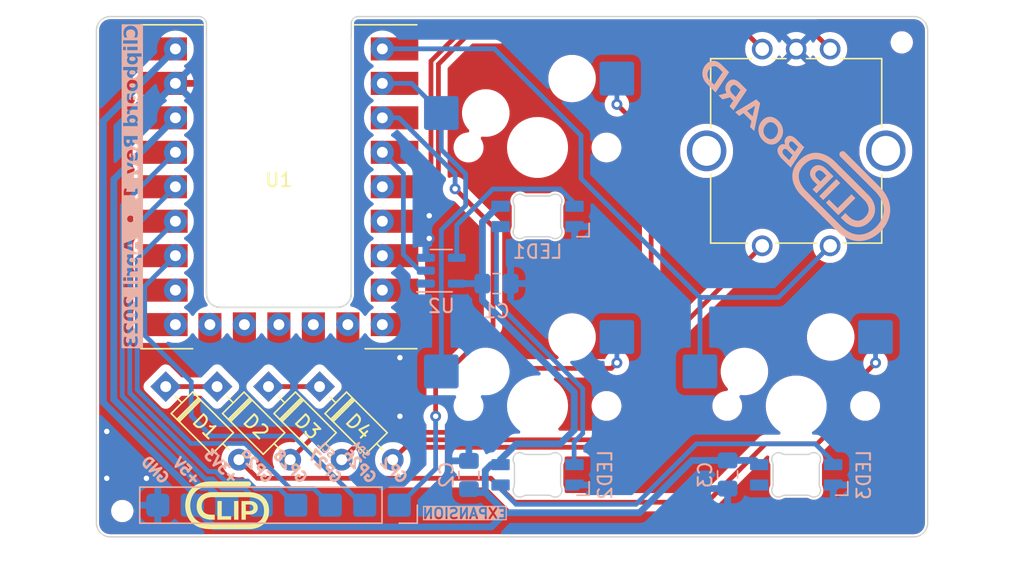
<source format=kicad_pcb>
(kicad_pcb (version 20221018) (generator pcbnew)
  (layers (0 "F.Cu" signal) (31 "B.Cu" signal) (34 "B.Paste" user) (35 "F.Paste" user) (36 "B.SilkS" user "B.Silkscreen") (37 "F.SilkS" user "F.Silkscreen") (38 "B.Mask" user) (39 "F.Mask" user) (44 "Edge.Cuts" user))
  (net 0 "")
  (net 3 "ROW1")
  (net 4 "ROW0")
  (net 5 "Net-(LED2-DOUT)")
  (net 6 "Net-(LED1-DOUT)")
  (net 7 "Net-(D4-A)")
  (net 8 "Net-(D3-A)")
  (net 9 "Net-(D2-A)")
  (net 10 "Net-(D1-A)")
  (net 11 "LED_SIGNAL")
  (net 12 "LED_DIN")
  (net 13 "GP29")
  (net 14 "GP28")
  (net 15 "GP27")
  (net 16 "GP26")
  (net 17 "GND")
  (net 18 "COL1")
  (net 19 "COL0")
  (net 20 "+5V")
  (net 21 "+3.3V")
  (net 22 "GP2")
  (net 23 "ENCA")
  (net 24 "ENCB")
  (net 25 "GP15")
  (net 26 "GP14")
  (net 27 "GP10")
  (net 28 "GP11")
  (net 29 "GP8")
  (net 30 "GP13")
  (footprint "Diode_THT:D_DO-35_SOD27_P7.62mm_Horizontal" (layer "F.Cu") (at 135.101763 85.951924 -45)
    (fp_text reference "D3")
    (fp_text value "1N4148")
  )
  (footprint "RP2040-Zero:RP2040 Zero" (layer "F.Cu") (at 125.7046 84.0486)
    (fp_text reference "U1")
    (fp_text value "RP2040-Zero")
    (fp_line (start 4.826 -23.749) (end 4.826 -4.953) (stroke (width 0.12)) (layer "Edge.Cuts"))
    (fp_line (start 5.842 -3.937) (end 14.478 -3.937) (stroke (width 0.12)) (layer "Edge.Cuts"))
    (fp_line (start 15.494 -4.953) (end 15.494 -23.749) (stroke (width 0.12)) (layer "Edge.Cuts"))
    (fp_arc (start 5.842 -3.937) (mid 5.12358 -4.23458) (end 4.826 -4.953) (stroke (width 0.12)) (layer "Edge.Cuts"))
    (fp_arc (start 15.494 -4.953) (mid 15.19642 -4.23458) (end 14.478 -3.937) (stroke (width 0.12)) (layer "Edge.Cuts"))
  )
  (footprint "MountingHole:MountingHole_1.152mm" (layer "F.Cu") (at 124.333 95.123)
    (fp_text reference "REF**" hide)
    (fp_text value "MountingHole_1.152mm")
  )
  (footprint "MX_Hotswap:MX-Hotswap-1U" (layer "F.Cu") (at 154.913 68.326)
    (fp_text reference "MX1")
    (fp_text value "MX-NoLED")
  )
  (footprint "Diode_THT:D_DO-35_SOD27_P7.62mm_Horizontal" (layer "F.Cu") (at 138.860962 85.951924 -45)
    (fp_text reference "D4")
    (fp_text value "1N4148")
  )
  (footprint "Diode_THT:D_DO-35_SOD27_P7.62mm_Horizontal" (layer "F.Cu") (at 127.530886 85.951924 -45)
    (fp_text reference "D1")
    (fp_text value "1N4148")
  )
  (footprint "MX_Hotswap:MX-Hotswap-1U" (layer "F.Cu") (at 173.963 87.376)
    (fp_text reference "MX3")
    (fp_text value "MX-NoLED")
  )
  (footprint "MountingHole:MountingHole_1.152mm" (layer "F.Cu") (at 181.737 60.579)
    (fp_text reference "REF**" hide)
    (fp_text value "MountingHole_1.152mm")
  )
  (footprint "Diode_THT:D_DO-35_SOD27_P7.62mm_Horizontal" (layer "F.Cu") (at 131.313809 85.951924 -45)
    (fp_text reference "D2")
    (fp_text value "1N4148")
  )
  (footprint "Rotary_Encoder:RotaryEncoder_Bourns_Vertical_PEC12R-3xxxF-Sxxxx" (layer "F.Cu") (at 176.463 61.076 -90)
    (fp_text reference "SW1" hide)
    (fp_text value "PEC12R-4215F-S0024")
  )
  (footprint "MX_Hotswap:MX-Hotswap-1U" (layer "F.Cu") (at 154.913 87.376)
    (fp_text reference "MX2")
    (fp_text value "MX-NoLED")
  )
  (footprint "marbastlib-mx:LED_MX_6028R" (layer "B.Cu") (at 154.913 92.456 180)
    (fp_text reference "LED2")
    (fp_text value "SK6812MINI-E" hide)
    (fp_line (start -1.699999 0.702843) (end -1.699999 -0.702841) (stroke (width 0.1)) (layer "Edge.Cuts"))
    (fp_line (start -0.794452 -1.499999) (end 0.794452 -1.499999) (stroke (width 0.1)) (layer "Edge.Cuts"))
    (fp_line (start 0.794452 1.5) (end -0.794453 1.5) (stroke (width 0.1)) (layer "Edge.Cuts"))
    (fp_line (start 1.699999 -0.702841) (end 1.699999 0.702843) (stroke (width 0.1)) (layer "Edge.Cuts"))
    (fp_arc (start -1.749484 -0.919719) (mid -1.712527 -0.814067) (end -1.699999 -0.702841) (stroke (width 0.1)) (layer "Edge.Cuts"))
    (fp_arc (start -1.749484 -0.919718) (mid -1.638072 -1.504034) (end -1.046711 -1.568298) (stroke (width 0.1)) (layer "Edge.Cuts"))
    (fp_arc (start -1.699999 0.702844) (mid -1.712527 0.814069) (end -1.749484 0.919721) (stroke (width 0.1)) (layer "Edge.Cuts"))
    (fp_arc (start -1.046711 1.568299) (mid -1.638071 1.504035) (end -1.749484 0.919721) (stroke (width 0.1)) (layer "Edge.Cuts"))
    (fp_arc (start -1.046711 1.568299) (mid -0.925123 1.517377) (end -0.794453 1.5) (stroke (width 0.1)) (layer "Edge.Cuts"))
    (fp_arc (start -0.794452 -1.499999) (mid -0.925123 -1.517376) (end -1.046711 -1.568298) (stroke (width 0.1)) (layer "Edge.Cuts"))
    (fp_arc (start 0.794453 1.500001) (mid 0.925123 1.517378) (end 1.046711 1.5683) (stroke (width 0.1)) (layer "Edge.Cuts"))
    (fp_arc (start 1.04671 -1.568298) (mid 0.925122 -1.517376) (end 0.794452 -1.499999) (stroke (width 0.1)) (layer "Edge.Cuts"))
    (fp_arc (start 1.046711 -1.568296) (mid 1.638069 -1.504034) (end 1.749484 -0.919719) (stroke (width 0.1)) (layer "Edge.Cuts"))
    (fp_arc (start 1.699999 -0.702842) (mid 1.712536 -0.814065) (end 1.749484 -0.919719) (stroke (width 0.1)) (layer "Edge.Cuts"))
    (fp_arc (start 1.749484 0.919721) (mid 1.638072 1.504036) (end 1.046711 1.5683) (stroke (width 0.1)) (layer "Edge.Cuts"))
    (fp_arc (start 1.749484 0.919721) (mid 1.71254 0.814067) (end 1.699999 0.702843) (stroke (width 0.1)) (layer "Edge.Cuts"))
  )
  (footprint "Connector_PinHeader_2.54mm:PinHeader_1x08_P2.54mm_Vertical" (layer "B.Cu") (at 144.7292 94.6912 90)
    (fp_text reference "J1" hide)
    (fp_text value "Conn_01x08")
  )
  (footprint "marbastlib-mx:LED_MX_6028R" (layer "B.Cu") (at 154.913 73.406 180)
    (fp_text reference "LED1")
    (fp_text value "SK6812MINI-E" hide)
    (fp_line (start -1.699999 0.702843) (end -1.699999 -0.702841) (stroke (width 0.1)) (layer "Edge.Cuts"))
    (fp_line (start -0.794452 -1.499999) (end 0.794452 -1.499999) (stroke (width 0.1)) (layer "Edge.Cuts"))
    (fp_line (start 0.794452 1.5) (end -0.794453 1.5) (stroke (width 0.1)) (layer "Edge.Cuts"))
    (fp_line (start 1.699999 -0.702841) (end 1.699999 0.702843) (stroke (width 0.1)) (layer "Edge.Cuts"))
    (fp_arc (start -1.749484 -0.919719) (mid -1.712527 -0.814067) (end -1.699999 -0.702841) (stroke (width 0.1)) (layer "Edge.Cuts"))
    (fp_arc (start -1.749484 -0.919718) (mid -1.638072 -1.504034) (end -1.046711 -1.568298) (stroke (width 0.1)) (layer "Edge.Cuts"))
    (fp_arc (start -1.699999 0.702844) (mid -1.712527 0.814069) (end -1.749484 0.919721) (stroke (width 0.1)) (layer "Edge.Cuts"))
    (fp_arc (start -1.046711 1.568299) (mid -1.638071 1.504035) (end -1.749484 0.919721) (stroke (width 0.1)) (layer "Edge.Cuts"))
    (fp_arc (start -1.046711 1.568299) (mid -0.925123 1.517377) (end -0.794453 1.5) (stroke (width 0.1)) (layer "Edge.Cuts"))
    (fp_arc (start -0.794452 -1.499999) (mid -0.925123 -1.517376) (end -1.046711 -1.568298) (stroke (width 0.1)) (layer "Edge.Cuts"))
    (fp_arc (start 0.794453 1.500001) (mid 0.925123 1.517378) (end 1.046711 1.5683) (stroke (width 0.1)) (layer "Edge.Cuts"))
    (fp_arc (start 1.04671 -1.568298) (mid 0.925122 -1.517376) (end 0.794452 -1.499999) (stroke (width 0.1)) (layer "Edge.Cuts"))
    (fp_arc (start 1.046711 -1.568296) (mid 1.638069 -1.504034) (end 1.749484 -0.919719) (stroke (width 0.1)) (layer "Edge.Cuts"))
    (fp_arc (start 1.699999 -0.702842) (mid 1.712536 -0.814065) (end 1.749484 -0.919719) (stroke (width 0.1)) (layer "Edge.Cuts"))
    (fp_arc (start 1.749484 0.919721) (mid 1.638072 1.504036) (end 1.046711 1.5683) (stroke (width 0.1)) (layer "Edge.Cuts"))
    (fp_arc (start 1.749484 0.919721) (mid 1.71254 0.814067) (end 1.699999 0.702843) (stroke (width 0.1)) (layer "Edge.Cuts"))
  )
  (footprint "marbastlib-mx:LED_MX_6028R" (layer "B.Cu") (at 173.963 92.456 180)
    (fp_text reference "LED3")
    (fp_text value "SK6812MINI-E" hide)
    (fp_line (start -1.699999 0.702843) (end -1.699999 -0.702841) (stroke (width 0.1)) (layer "Edge.Cuts"))
    (fp_line (start -0.794452 -1.499999) (end 0.794452 -1.499999) (stroke (width 0.1)) (layer "Edge.Cuts"))
    (fp_line (start 0.794452 1.5) (end -0.794453 1.5) (stroke (width 0.1)) (layer "Edge.Cuts"))
    (fp_line (start 1.699999 -0.702841) (end 1.699999 0.702843) (stroke (width 0.1)) (layer "Edge.Cuts"))
    (fp_arc (start -1.749484 -0.919719) (mid -1.712527 -0.814067) (end -1.699999 -0.702841) (stroke (width 0.1)) (layer "Edge.Cuts"))
    (fp_arc (start -1.749484 -0.919718) (mid -1.638072 -1.504034) (end -1.046711 -1.568298) (stroke (width 0.1)) (layer "Edge.Cuts"))
    (fp_arc (start -1.699999 0.702844) (mid -1.712527 0.814069) (end -1.749484 0.919721) (stroke (width 0.1)) (layer "Edge.Cuts"))
    (fp_arc (start -1.046711 1.568299) (mid -1.638071 1.504035) (end -1.749484 0.919721) (stroke (width 0.1)) (layer "Edge.Cuts"))
    (fp_arc (start -1.046711 1.568299) (mid -0.925123 1.517377) (end -0.794453 1.5) (stroke (width 0.1)) (layer "Edge.Cuts"))
    (fp_arc (start -0.794452 -1.499999) (mid -0.925123 -1.517376) (end -1.046711 -1.568298) (stroke (width 0.1)) (layer "Edge.Cuts"))
    (fp_arc (start 0.794453 1.500001) (mid 0.925123 1.517378) (end 1.046711 1.5683) (stroke (width 0.1)) (layer "Edge.Cuts"))
    (fp_arc (start 1.04671 -1.568298) (mid 0.925122 -1.517376) (end 0.794452 -1.499999) (stroke (width 0.1)) (layer "Edge.Cuts"))
    (fp_arc (start 1.046711 -1.568296) (mid 1.638069 -1.504034) (end 1.749484 -0.919719) (stroke (width 0.1)) (layer "Edge.Cuts"))
    (fp_arc (start 1.699999 -0.702842) (mid 1.712536 -0.814065) (end 1.749484 -0.919719) (stroke (width 0.1)) (layer "Edge.Cuts"))
    (fp_arc (start 1.749484 0.919721) (mid 1.638072 1.504036) (end 1.046711 1.5683) (stroke (width 0.1)) (layer "Edge.Cuts"))
    (fp_arc (start 1.749484 0.919721) (mid 1.71254 0.814067) (end 1.699999 0.702843) (stroke (width 0.1)) (layer "Edge.Cuts"))
  )
  (footprint "Capacitor_SMD:C_0805_2012Metric_Pad1.18x1.45mm_HandSolder" (layer "B.Cu") (at 168.91 92.4306 -90)
    (fp_text reference "C3")
    (fp_text value "100nF")
  )
  (footprint "Capacitor_SMD:C_0805_2012Metric_Pad1.18x1.45mm_HandSolder" (layer "B.Cu") (at 151.892 78.359 180)
    (fp_text reference "C1")
    (fp_text value "100nF")
  )
  (footprint "Capacitor_SMD:C_0805_2012Metric_Pad1.18x1.45mm_HandSolder" (layer "B.Cu") (at 149.86 92.4647 90)
    (fp_text reference "C2")
    (fp_text value "100nF")
  )
  (footprint "Package_TO_SOT_SMD:SOT-23-5" (layer "B.Cu") (at 147.828 77.409)
    (fp_text reference "U2")
    (fp_text value "SN74LV1T34DBV")
  )
  (gr_poly (pts (xy 169.799209 63.551308) (xy 169.770229 63.524712) (xy 169.741263 63.49972) (xy 169.712309 63.476329) (xy 169.683369 63.454543) (xy 169.654442 63.434358) (xy 169.625528 63.415778) (xy 169.596629 63.398801) (xy 169.567743 63.383426) (xy 169.538871 63.369655) (xy 169.510013 63.357489) (xy 169.481168 63.346924) (xy 169.452339 63.337965) (xy 169.423522 63.330609) (xy 169.39472 63.324856) (xy 169.365933 63.320708) (xy 169.337332 63.318185) (xy 169.309094 63.317308) (xy 169.281218 63.318077) (xy 169.253705 63.32049) (xy 169.226556 63.324549) (xy 169.199767 63.330253) (xy 169.173343 63.337603) (xy 169.147281 63.346598) (xy 169.121582 63.357237) (xy 169.096246 63.369521) (xy 169.071273 63.383451) (xy 169.046663 63.399025) (xy 169.022416 63.416245) (xy 168.998531 63.435109) (xy 168.975011 63.455617) (xy 168.951854 63.477772) (xy 168.93055 63.499814) (xy 168.910378 63.522203) (xy 168.891335 63.544942) (xy 168.873422 63.568029) (xy 168.856639 63.591463) (xy 168.840986 63.615246) (xy 168.826463 63.639377) (xy 168.813071 63.663856) (xy 168.800807 63.688683) (xy 168.789674 63.713858) (xy 168.77967 63.739382) (xy 168.770796 63.765253) (xy 168.763052 63.791473) (xy 168.756437 63.818039) (xy 168.750953 63.844955) (xy 168.746598 63.872217) (xy 168.743376 63.899664) (xy 168.741298 63.927109) (xy 168.740364 63.954555) (xy 168.740573 63.982) (xy 168.741926 64.009444) (xy 168.744422 64.036887) (xy 168.748062 64.06433) (xy 168.752845 64.091773) (xy 168.758772 64.119214) (xy 168.765842 64.146656) (xy 168.774055 64.174096) (xy 168.783412 64.201536) (xy 168.793911 64.228974) (xy 168.805555 64.256412) (xy 168.818341 64.283849) (xy 168.83227 64.311284) (xy 168.229008 64.479067) (xy 168.534213 64.784272) (xy 169.080369 64.630777) (xy 169.326675 64.877084) (xy 169.046458 65.296517) (xy 169.337376 65.587435) (xy 169.80143 64.891354) (xy 169.512297 64.60222) (xy 169.265992 64.355915) (xy 169.248433 64.33784) (xy 169.231898 64.319758) (xy 169.216389 64.301669) (xy 169.201904 64.283574) (xy 169.188444 64.265471) (xy 169.176009 64.247362) (xy 169.164598 64.229245) (xy 169.154213 64.211121) (xy 169.144853 64.19299) (xy 169.136517 64.174853) (xy 169.129207 64.156709) (xy 169.122923 64.138557) (xy 169.117662 64.120398) (xy 169.113428 64.102233) (xy 169.110219 64.084059) (xy 169.108034 64.065879) (xy 169.106894 64.04779) (xy 169.10682 64.029874) (xy 169.107813 64.012128) (xy 169.109872 63.994556) (xy 169.112998 63.977158) (xy 169.11719 63.959932) (xy 169.122449 63.94288) (xy 169.128775 63.926001) (xy 169.136167 63.909296) (xy 169.144626 63.892765) (xy 169.154151 63.876409) (xy 169.164744 63.860227) (xy 169.176404 63.84422) (xy 169.18913 63.828386) (xy 169.202924 63.812729) (xy 169.217785 63.797247) (xy 169.229001 63.786507) (xy 169.240343 63.776588) (xy 169.251812 63.767492) (xy 169.263406 63.759219) (xy 169.275127 63.751768) (xy 169.286974 63.74514) (xy 169.298947 63.739335) (xy 169.311046 63.734351) (xy 169.323269 63.73019) (xy 169.335618 63.726851) (xy 169.348093 63.724333) (xy 169.360693 63.722639) (xy 169.373417 63.721766) (xy 169.386265 63.721714) (xy 169.399239 63.722485) (xy 169.412338 63.724077) (xy 169.425528 63.726468) (xy 169.438775 63.729609) (xy 169.452077 63.733503) (xy 169.465435 63.738147) (xy 169.478848 63.743544) (xy 169.492319 63.749693) (xy 169.505844 63.756594) (xy 169.519426 63.764249) (xy 169.533064 63.772656) (xy 169.546757 63.781815) (xy 169.560506 63.791727) (xy 169.574311 63.802392) (xy 169.588172 63.81381) (xy 169.602088 63.825982) (xy 169.61606 63.838907) (xy 169.630087 63.852586) (xy 169.858544 64.081043) (xy 169.512297 64.60222) (xy 169.80143 64.891354) (xy 170.336878 64.088182) (xy 169.828202 63.579506)) (fill solid) (layer "B.SilkS"))
  (gr_poly (pts (xy 176.147546 69.886875) (xy 176.126557 69.867192) (xy 176.105477 69.848285) (xy 176.084305 69.830159) (xy 176.063042 69.812809) (xy 176.041688 69.796237) (xy 176.020242 69.780443) (xy 175.998705 69.765427) (xy 175.977078 69.751188) (xy 175.95536 69.737727) (xy 175.93355 69.725042) (xy 175.911651 69.713134) (xy 175.88966 69.702003) (xy 175.867579 69.69165) (xy 175.845408 69.682072) (xy 175.823146 69.673272) (xy 175.800879 69.665271) (xy 175.77869 69.658074) (xy 175.756576 69.651683) (xy 175.73454 69.646097) (xy 175.71258 69.641317) (xy 175.690697 69.637341) (xy 175.668891 69.634171) (xy 175.647161 69.631806) (xy 175.625508 69.630246) (xy 175.603932 69.629491) (xy 175.582432 69.629541) (xy 175.561008 69.630397) (xy 175.539662 69.632057) (xy 175.518392 69.634524) (xy 175.497198 69.637794) (xy 175.476083 69.64187) (xy 175.455123 69.646764) (xy 175.434387 69.65247) (xy 175.413873 69.658987) (xy 175.393583 69.666316) (xy 175.373516 69.674457) (xy 175.353672 69.683409) (xy 175.334052 69.693173) (xy 175.314656 69.70375) (xy 175.295482 69.71514) (xy 175.276533 69.727342) (xy 175.257808 69.740358) (xy 175.239306 69.754187) (xy 175.221029 69.768829) (xy 175.202976 69.784286) (xy 175.185147 69.800556) (xy 175.167543 69.817642) (xy 175.150673 69.835031) (xy 175.134597 69.852665) (xy 175.119313 69.870545) (xy 175.104823 69.88867) (xy 175.091125 69.907041) (xy 175.078218 69.925657) (xy 175.066104 69.944518) (xy 175.054781 69.963624) (xy 175.04425 69.982975) (xy 175.03451 70.002571) (xy 175.025562 70.022411) (xy 175.017403 70.042496) (xy 175.010035 70.062825) (xy 175.003457 70.083399) (xy 174.99767 70.104217) (xy 174.992673 70.12528) (xy 174.988488 70.146504) (xy 174.985124 70.167792) (xy 174.982579 70.18914) (xy 174.980855 70.21055) (xy 174.97995 70.232024) (xy 174.979863 70.253559) (xy 174.980597 70.275157) (xy 174.982151 70.296817) (xy 174.984523 70.318538) (xy 174.987715 70.340323) (xy 174.991727 70.36217) (xy 174.996557 70.384079) (xy 175.002207 70.406052) (xy 175.008677 70.428087) (xy 175.015966 70.450184) (xy 175.024075 70.472344) (xy 175.03298 70.494506) (xy 175.042656 70.516583) (xy 175.053101 70.538574) (xy 175.064319 70.560481) (xy 175.076306 70.5823) (xy 175.089065 70.604036) (xy 175.102594 70.625686) (xy 175.116894 70.64725) (xy 175.131965 70.668732) (xy 175.147806 70.690128) (xy 175.164418 70.711439) (xy 175.181802 70.732667) (xy 175.199955 70.753811) (xy 175.218879 70.77487) (xy 175.238574 70.795847) (xy 175.25904 70.81674) (xy 175.511955 71.069655) (xy 175.165774 71.415835) (xy 175.456348 71.706409) (xy 176.475138 70.687618) (xy 176.184565 70.397045) (xy 175.748706 70.832904) (xy 175.511939 70.596137) (xy 175.496044 70.579798) (xy 175.48108 70.563507) (xy 175.467048 70.547264) (xy 175.453948 70.53107) (xy 175.441779 70.514924) (xy 175.430539 70.498827) (xy 175.420232 70.482777) (xy 175.410855 70.466778) (xy 175.402409 70.450827) (xy 175.394894 70.434925) (xy 175.388309 70.419072) (xy 175.382655 70.403268) (xy 175.377933 70.387513) (xy 175.37414 70.371808) (xy 175.371278 70.356151) (xy 175.369346 70.340545) (xy 175.368344 70.325043) (xy 175.368245 70.309702) (xy 175.369049 70.294523) (xy 175.370756 70.279505) (xy 175.373366 70.264648) (xy 175.376879 70.249951) (xy 175.381297 70.235416) (xy 175.386617 70.221042) (xy 175.392842 70.206828) (xy 175.39997 70.192776) (xy 175.408003 70.178884) (xy 175.41694 70.165155) (xy 175.42678 70.151585) (xy 175.437525 70.138177) (xy 175.449174 70.12493) (xy 175.461728 70.111843) (xy 175.475029 70.099074) (xy 175.488478 70.087223) (xy 175.502075 70.076289) (xy 175.515818 70.066273) (xy 175.529709 70.057175) (xy 175.543746 70.048996) (xy 175.557932 70.041733) (xy 175.572264 70.035389) (xy 175.586743 70.029963) (xy 175.601369 70.025455) (xy 175.616142 70.021863) (xy 175.631063 70.019191) (xy 175.64613 70.017436) (xy 175.661345 70.016598) (xy 175.676706 70.016679) (xy 175.692214 70.017677) (xy 175.707828 70.019601) (xy 175.723489 70.022459) (xy 175.739198 70.026247) (xy 175.754955 70.030969) (xy 175.770759 70.036622) (xy 175.786613 70.043207) (xy 175.802513 70.050723) (xy 175.818462 70.059171) (xy 175.834459 70.06855) (xy 175.850505 70.078861) (xy 175.866599 70.090103) (xy 175.882741 70.102277) (xy 175.898932 70.11538) (xy 175.915172 70.129416) (xy 175.93146 70.144381) (xy 175.947798 70.160278) (xy 176.184565 70.397045) (xy 176.475138 70.687618) (xy 176.711931 70.450825) (xy 176.168443 69.907337)) (fill solid) (layer "B.SilkS"))
  (gr_poly (pts (xy 172.628277 66.337258) (xy 172.604642 66.315214) (xy 172.580868 66.29409) (xy 172.556954 66.273887) (xy 172.532901 66.254604) (xy 172.508709 66.236243) (xy 172.484376 66.218801) (xy 172.459905 66.20228) (xy 172.435294 66.186678) (xy 172.410543 66.171996) (xy 172.385653 66.158235) (xy 172.360622 66.145393) (xy 172.335452 66.13347) (xy 172.310142 66.122466) (xy 172.284692 66.112382) (xy 172.259102 66.103217) (xy 172.23348 66.094989) (xy 172.207927 66.087694) (xy 172.182445 66.081332) (xy 172.157034 66.075903) (xy 172.131692 66.071408) (xy 172.106419 66.067847) (xy 172.081216 66.065219) (xy 172.056084 66.063524) (xy 172.031021 66.062763) (xy 172.006028 66.062936) (xy 171.981103 66.064042) (xy 171.956248 66.066083) (xy 171.931461 66.069057) (xy 171.906744 66.072965) (xy 171.882096 66.077807) (xy 171.857517 66.083583) (xy 171.833117 66.090265) (xy 171.808996 66.09781) (xy 171.785154 66.10622) (xy 171.76159 66.115494) (xy 171.738304 66.125632) (xy 171.715297 66.136635) (xy 171.692569 66.148502) (xy 171.67012 66.161233) (xy 171.647949 66.174828) (xy 171.626057 66.189289) (xy 171.604444 66.204612) (xy 171.583109 66.220801) (xy 171.562054 66.237854) (xy 171.541277 66.255771) (xy 171.520779 66.274555) (xy 171.50056 66.294201) (xy 171.474552 66.32097) (xy 171.449631 66.348171) (xy 171.425798 66.375804) (xy 171.403054 66.403869) (xy 171.381398 66.432365) (xy 171.36083 66.461293) (xy 171.341351 66.490654) (xy 171.322959 66.520446) (xy 171.305655 66.55067) (xy 171.28944 66.581326) (xy 171.274313 66.612414) (xy 171.260273 66.643933) (xy 171.247322 66.675884) (xy 171.235459 66.708268) (xy 171.224684 66.741082) (xy 171.214996 66.774328) (xy 171.206436 66.807821) (xy 171.199055 66.841363) (xy 171.192851 66.874954) (xy 171.187826 66.908594) (xy 171.183981 66.942281) (xy 171.181313 66.976018) (xy 171.179823 67.009802) (xy 171.179512 67.043636) (xy 171.180381 67.077516) (xy 171.182426 67.111445) (xy 171.185651 67.145422) (xy 171.190055 67.179447) (xy 171.195639 67.213519) (xy 171.202399 67.247639) (xy 171.210339 67.281807) (xy 171.219458 67.316023) (xy 171.229746 67.350086) (xy 171.241197 67.383781) (xy 171.253814 67.417105) (xy 171.267595 67.450059) (xy 171.282541 67.482645) (xy 171.298651 67.51486) (xy 171.315926 67.546705) (xy 171.334364 67.578181) (xy 171.353968 67.609288) (xy 171.374735 67.640024) (xy 171.396666 67.67039) (xy 171.419761 67.700387) (xy 171.44402 67.730014) (xy 171.469442 67.759271) (xy 171.49603 67.788157) (xy 171.523779 67.816675) (xy 171.547275 67.83964) (xy 171.570909 67.861687) (xy 171.594683 67.882813) (xy 171.618596 67.903019) (xy 171.642647 67.922305) (xy 171.66684 67.94067) (xy 171.691171 67.958116) (xy 171.715641 67.97464) (xy 171.740251 67.990244) (xy 171.765001 68.004927) (xy 171.78989 68.018689) (xy 171.814919 68.031529) (xy 171.840088 68.04345) (xy 171.865396 68.054447) (xy 171.890844 68.064524) (xy 171.916432 68.073681) (xy 171.942056 68.081919) (xy 171.967611 68.089222) (xy 171.993097 68.09559) (xy 172.018511 68.101023) (xy 172.043856 68.10552) (xy 172.069131 68.109084) (xy 172.094337 68.111711) (xy 172.119472 68.113405) (xy 172.144537 68.114163) (xy 172.169533 68.113988) (xy 172.194458 68.112879) (xy 172.219313 68.110834) (xy 172.244099 68.107855) (xy 172.268815 68.103942) (xy 172.293459 68.099095) (xy 172.318036 68.093314) (xy 172.34244 68.086638) (xy 172.366565 68.079097) (xy 172.39041 68.07069) (xy 172.413975 68.061418) (xy 172.437261 68.051282) (xy 172.460267 68.040279) (xy 172.482994 68.028412) (xy 172.505441 68.01568) (xy 172.52761 68.002083) (xy 172.549501 67.987622) (xy 172.571111 67.972296) (xy 172.592445 67.956105) (xy 172.613498 67.939049) (xy 172.634274 67.921129) (xy 172.654772 67.902345) (xy 172.674992 67.882696) (xy 172.690807 67.866418) (xy 172.398344 67.573954) (xy 172.38037 67.591231) (xy 172.362153 67.607357) (xy 172.343694 67.622332) (xy 172.324991 67.636157) (xy 172.306044 67.648831) (xy 172.286856 67.660353) (xy 172.267422 67.670725) (xy 172.247745 67.679946) (xy 172.227825 67.688016) (xy 172.20766 67.694934) (xy 172.187252 67.700702) (xy 172.166599 67.705318) (xy 172.145702 67.708783) (xy 172.124561 67.711097) (xy 172.103175 67.712259) (xy 172.081545 67.712269) (xy 172.059837 67.711098) (xy 172.038219 67.708691) (xy 172.016692 67.70505) (xy 171.995256 67.700174) (xy 171.973911 67.694063) (xy 171.952657 67.686719) (xy 171.931493 67.678139) (xy 171.91042 67.668324) (xy 171.889438 67.657276) (xy 171.868546 67.644992) (xy 171.847744 67.631475) (xy 171.827034 67.616724) (xy 171.806414 67.600739) (xy 171.785885 67.58352) (xy 171.765446 67.565067) (xy 171.745097 67.545381) (xy 171.728311 67.528079) (xy 171.712305 67.510525) (xy 171.697078 67.492721) (xy 171.682633 67.474667) (xy 171.668968 67.456359) (xy 171.656082 67.437801) (xy 171.643978 67.41899) (xy 171.632655 67.39993) (xy 171.622111 67.380616) (xy 171.612349 67.361052) (xy 171.603368 67.341237) (xy 171.595167 67.321169) (xy 171.587748 67.30085) (xy 171.581109 67.280279) (xy 171.575252 67.259457) (xy 171.570176 67.238383) (xy 171.565857 67.21721) (xy 171.562264 67.196064) (xy 171.559393 67.174945) (xy 171.557248 67.153852) (xy 171.555827 67.132785) (xy 171.555131 67.111746) (xy 171.555159 67.090734) (xy 171.555912 67.069748) (xy 171.557389 67.04879) (xy 171.559592 67.027859) (xy 171.562519 67.006954) (xy 171.566172 66.986078) (xy 171.570549 66.965228) (xy 171.575652 66.944406) (xy 171.581478 66.923611) (xy 171.588032 66.902843) (xy 171.595258 66.882225) (xy 171.603095 66.861856) (xy 171.611547 66.841737) (xy 171.620611 66.821868) (xy 171.630289 66.802249) (xy 171.640579 66.782881) (xy 171.651483 66.763763) (xy 171.663 66.744896) (xy 171.675131 66.72628) (xy 171.687874 66.707914) (xy 171.701232 66.689799) (xy 171.715203 66.671936) (xy 171.729788 66.654323) (xy 171.744986 66.636961) (xy 171.760797 66.619852) (xy 171.777223 66.602993) (xy 171.795193 66.585722) (xy 171.813406 66.5696) (xy 171.831864 66.554629) (xy 171.850567 66.540809) (xy 171.869513 66.528139) (xy 171.888703 66.51662) (xy 171.908137 66.506251) (xy 171.927816 66.497031) (xy 171.947739 66.488963) (xy 171.967905 66.482043) (xy 171.988317 66.476273) (xy 172.00897 66.471653) (xy 172.02987 66.468183) (xy 172.051013 66.465863) (xy 172.072399 66.464691) (xy 172.09403 66.464669) (xy 172.115739 66.465852) (xy 172.137358 66.468267) (xy 172.158885 66.471914) (xy 172.180322 66.476795) (xy 172.201668 66.482908) (xy 172.222924 66.490254) (xy 172.244088 66.498834) (xy 172.265162 66.508646) (xy 172.286145 66.519693) (xy 172.307037 66.531972) (xy 172.327838 66.545484) (xy 172.348549 66.560231) (xy 172.369168 66.576212) (xy 172.389696 66.593426) (xy 172.410132 66.611875) (xy 172.430478 66.631558) (xy 172.44727 66.648866) (xy 172.46328 66.666425) (xy 172.478509 66.684236) (xy 172.492957 66.702297) (xy 172.506622 66.720609) (xy 172.519507 66.739172) (xy 172.531611 66.757986) (xy 172.542933 66.777049) (xy 172.553474 66.796362) (xy 172.563234 66.815927) (xy 172.572212 66.835743) (xy 172.58041 66.855807) (xy 172.587826 66.876121) (xy 172.594463 66.896686) (xy 172.600318 66.9175) (xy 172.605391 66.938564) (xy 172.609712 66.959746) (xy 172.613309 66.9809) (xy 172.616181 67.002027) (xy 172.618328 67.023125) (xy 172.619749 67.044196) (xy 172.620447 67.065238) (xy 172.620418 67.086252) (xy 172.619666 67.107239) (xy 172.618188 67.128196) (xy 172.615986 67.149126) (xy 172.613057 67.170026) (xy 172.609405 67.190898) (xy 172.605027 67.211742) (xy 172.599924 67.232555) (xy 172.594096 67.25334) (xy 172.587542 67.274095) (xy 172.580318 67.294725) (xy 172.572479 67.315103) (xy 172.564028 67.335227) (xy 172.554964 67.355099) (xy 172.545286 67.37472) (xy 172.534996 67.394088) (xy 172.524092 67.413204) (xy 172.512574 67.432069) (xy 172.500444 67.450682) (xy 172.487699 67.469044) (xy 172.474341 67.487156) (xy 172.460369 67.505016) (xy 172.445783 67.522626) (xy 172.430584 67.539986) (xy 172.414771 67.557095) (xy 172.398344 67.573954) (xy 172.690807 67.866418) (xy 172.700995 67.855934) (xy 172.725911 67.828738) (xy 172.749741 67.80111) (xy 172.772482 67.773049) (xy 172.794138 67.744556) (xy 172.814705 67.71563) (xy 172.834185 67.686271) (xy 172.852578 67.656479) (xy 172.869883 67.626255) (xy 172.8861 67.595599) (xy 172.90123 67.56451) (xy 172.915271 67.532987) (xy 172.928225 67.501032) (xy 172.94009 67.468644) (xy 172.950866 67.435823) (xy 172.960556 67.40257) (xy 172.969113 67.369086) (xy 172.976493 67.335552) (xy 172.982693 67.301968) (xy 172.987717 67.268334) (xy 172.991563 67.234651) (xy 172.99423 67.200919) (xy 172.995719 67.167136) (xy 172.99603 67.133304) (xy 172.995162 67.099423) (xy 172.993117 67.065492) (xy 172.989893 67.031512) (xy 172.98549 66.997483) (xy 172.979909 66.963404) (xy 172.973149 66.929277) (xy 172.965211 66.895101) (xy 172.956094 66.860875) (xy 172.945808 66.826822) (xy 172.934358 66.793136) (xy 172.921744 66.759818) (xy 172.907965 66.726868) (xy 172.893021 66.694286) (xy 172.876913 66.662073) (xy 172.85964 66.630227) (xy 172.841203 66.598751) (xy 172.821601 66.567642) (xy 172.800834 66.536904) (xy 172.778903 66.506534) (xy 172.755806 66.476533) (xy 172.731545 66.446901) (xy 172.70612 66.417639) (xy 172.679528 66.388746) (xy 172.651772 66.360222)) (fill solid) (layer "B.SilkS"))
  (gr_poly (pts (xy 177.01525 72.791809) (xy 176.385669 72.162229) (xy 176.14891 72.398988) (xy 177.069081 73.319159) (xy 178.324673 72.063567) (xy 178.034082 71.772976)) (fill solid) (layer "B.SilkS"))
  (gr_poly (pts (xy 177.542776 68.656968) (xy 177.533577 68.64907) (xy 177.524083 68.641717) (xy 177.514314 68.634907) (xy 177.50429 68.628643) (xy 177.494035 68.622924) (xy 177.483567 68.617749) (xy 177.472908 68.61312) (xy 177.462081 68.609034) (xy 177.451106 68.605494) (xy 177.440004 68.602498) (xy 177.428795 68.600047) (xy 177.417502 68.59814) (xy 177.406146 68.596779) (xy 177.394748 68.595961) (xy 177.383329 68.595689) (xy 177.371908 68.595961) (xy 177.360509 68.596779) (xy 177.349153 68.59814) (xy 177.337861 68.600047) (xy 177.326652 68.602498) (xy 177.315549 68.605494) (xy 177.304574 68.609034) (xy 177.293747 68.61312) (xy 177.283089 68.617749) (xy 177.272621 68.622924) (xy 177.262365 68.628643) (xy 177.252342 68.634907) (xy 177.242573 68.641717) (xy 177.233078 68.64907) (xy 177.223879 68.656968) (xy 177.214998 68.66541) (xy 177.206555 68.674292) (xy 177.198656 68.683492) (xy 177.191302 68.692987) (xy 177.184493 68.702756) (xy 177.178228 68.71278) (xy 177.172509 68.723036) (xy 177.167334 68.733505) (xy 177.162704 68.744163) (xy 177.158618 68.75499) (xy 177.155077 68.765966) (xy 177.152081 68.777068) (xy 177.149631 68.788277) (xy 177.147725 68.799569) (xy 177.146363 68.810925) (xy 177.145545 68.822324) (xy 177.145273 68.833743) (xy 177.145546 68.845163) (xy 177.146364 68.856561) (xy 177.147725 68.867917) (xy 177.149633 68.879209) (xy 177.152084 68.890417) (xy 177.15508 68.90152) (xy 177.158621 68.912495) (xy 177.162706 68.923322) (xy 177.167336 68.933979) (xy 177.172512 68.944447) (xy 177.178231 68.954703) (xy 177.184495 68.964726) (xy 177.191304 68.974496) (xy 177.198658 68.98399) (xy 177.206555 68.993188) (xy 177.214999 69.002069) (xy 179.73444 71.52151) (xy 179.818377 71.608395) (xy 179.896815 71.695671) (xy 179.969746 71.78332) (xy 180.03716 71.871321) (xy 180.09905 71.959655) (xy 180.155404 72.048303) (xy 180.206214 72.137245) (xy 180.25147 72.226461) (xy 180.291164 72.315932) (xy 180.325284 72.405638) (xy 180.353824 72.49556) (xy 180.376772 72.585678) (xy 180.394121 72.675974) (xy 180.40586 72.766425) (xy 180.41198 72.857014) (xy 180.412472 72.94772) (xy 180.409192 73.015403) (xy 180.402988 73.081726) (xy 180.394057 73.14664) (xy 180.382598 73.210095) (xy 180.368806 73.272039) (xy 180.352881 73.33242) (xy 180.33502 73.39119) (xy 180.31542 73.448296) (xy 180.294277 73.503688) (xy 180.27179 73.557316) (xy 180.248158 73.609126) (xy 180.223576 73.659071) (xy 180.172355 73.753155) (xy 180.119708 73.839164) (xy 180.067215 73.916687) (xy 180.016455 73.98532) (xy 179.969009 74.044654) (xy 179.926456 74.094284) (xy 179.862352 74.162802) (xy 179.836782 74.187619) (xy 179.827942 74.196021) (xy 179.764851 74.256326) (xy 179.684907 74.325852) (xy 179.588915 74.40071) (xy 179.477679 74.477008) (xy 179.352006 74.550853) (xy 179.212699 74.618356) (xy 179.138184 74.648512) (xy 179.060563 74.675624) (xy 178.979937 74.699203) (xy 178.896405 74.718766) (xy 178.810068 74.733823) (xy 178.721028 74.74389) (xy 178.629385 74.74848) (xy 178.535239 74.747106) (xy 178.43869 74.739281) (xy 178.339841 74.724519) (xy 178.238791 74.702335) (xy 178.135641 74.672242) (xy 178.03049 74.633754) (xy 177.923441 74.586382) (xy 177.814594 74.529641) (xy 177.70405 74.463046) (xy 177.591908 74.386109) (xy 177.47827 74.298344) (xy 177.363236 74.199265) (xy 177.246906 74.088384) (xy 174.652182 71.49366) (xy 174.649026 71.490738) (xy 174.570942 71.40751) (xy 174.492535 71.311855) (xy 174.448374 71.252298) (xy 174.402765 71.1856) (xy 174.357106 71.112267) (xy 174.312791 71.03281) (xy 174.271214 70.947738) (xy 174.233771 70.857557) (xy 174.201858 70.762778) (xy 174.176868 70.66391) (xy 174.167405 70.6131) (xy 174.160197 70.561459) (xy 174.155417 70.509049) (xy 174.15324 70.455935) (xy 174.153994 70.399067) (xy 174.157998 70.342524) (xy 174.165245 70.286318) (xy 174.17573 70.230463) (xy 174.189447 70.174967) (xy 174.206392 70.119844) (xy 174.226557 70.065106) (xy 174.24994 70.010763) (xy 174.276532 69.956828) (xy 174.30633 69.903314) (xy 174.339328 69.850231) (xy 174.37552 69.797591) (xy 174.414901 69.745407) (xy 174.457465 69.693689) (xy 174.503208 69.64245) (xy 174.552123 69.5917) (xy 174.602785 69.542871) (xy 174.653955 69.497197) (xy 174.70562 69.454683) (xy 174.757769 69.415336) (xy 174.810389 69.379159) (xy 174.863469 69.346159) (xy 174.916999 69.316342) (xy 174.970963 69.289711) (xy 175.025353 69.266274) (xy 175.080156 69.246036) (xy 175.135359 69.229001) (xy 175.190953 69.215176) (xy 175.246923 69.204566) (xy 175.303259 69.197175) (xy 175.359948 69.19301) (xy 175.416981 69.192077) (xy 175.470351 69.194079) (xy 175.523021 69.198681) (xy 175.574928 69.205711) (xy 175.626005 69.214994) (xy 175.67619 69.226357) (xy 175.725418 69.239626) (xy 175.773625 69.254625) (xy 175.820746 69.271185) (xy 175.866717 69.289127) (xy 175.911474 69.308281) (xy 175.954953 69.328471) (xy 175.997089 69.349523) (xy 176.077075 69.393523) (xy 176.150918 69.438888) (xy 176.218106 69.484228) (xy 176.278122 69.528152) (xy 176.330451 69.569271) (xy 176.374583 69.606193) (xy 176.436188 69.661886) (xy 176.458822 69.684107) (xy 176.463284 69.68867) (xy 178.998621 72.22399) (xy 179.0462 72.277816) (xy 179.094039 72.339798) (xy 179.120947 72.378379) (xy 179.148697 72.421575) (xy 179.176423 72.469047) (xy 179.203262 72.52046) (xy 179.228351 72.575478) (xy 179.250825 72.633766) (xy 179.269822 72.694986) (xy 179.284476 72.758804) (xy 179.289904 72.791582) (xy 179.293923 72.824883) (xy 179.296425 72.858665) (xy 179.297302 72.892888) (xy 179.296284 72.930901) (xy 179.293168 72.968568) (xy 179.287945 73.005902) (xy 179.280608 73.042919) (xy 179.27115 73.079635) (xy 179.259563 73.116067) (xy 179.245839 73.15223) (xy 179.229971 73.188139) (xy 179.211952 73.22381) (xy 179.191774 73.25926) (xy 179.169429 73.294505) (xy 179.14491 73.329559) (xy 179.11821 73.364439) (xy 179.089322 73.399161) (xy 179.058237 73.433739) (xy 179.024947 73.468191) (xy 178.992223 73.4998) (xy 178.959399 73.529273) (xy 178.926462 73.556617) (xy 178.893395 73.58184) (xy 178.860184 73.604946) (xy 178.826815 73.625943) (xy 178.793273 73.644839) (xy 178.759542 73.661638) (xy 178.72561 73.67635) (xy 178.691458 73.68898) (xy 178.657075 73.699535) (xy 178.622445 73.708022) (xy 178.587552 73.714448) (xy 178.552383 73.71882) (xy 178.516923 73.721144) (xy 178.481156 73.721426) (xy 178.447979 73.719885) (xy 178.415212 73.716694) (xy 178.382895 73.711966) (xy 178.351071 73.705811) (xy 178.31978 73.698339) (xy 178.289067 73.689661) (xy 178.258971 73.679889) (xy 178.229535 73.669132) (xy 178.200799 73.657502) (xy 178.172807 73.645108) (xy 178.119217 73.618476) (xy 178.069099 73.590121) (xy 178.022786 73.560928) (xy 177.980612 73.531785) (xy 177.942909 73.503576) (xy 177.910014 73.477188) (xy 177.882257 73.453505) (xy 177.843498 73.417801) (xy 177.829299 73.40355) (xy 177.822571 73.39652) (xy 177.582142 73.156091) (xy 177.244069 73.494164) (xy 177.297176 73.547271) (xy 177.298599 73.545848) (xy 177.483396 73.730645) (xy 177.51745 73.764735) (xy 177.582141 73.823312) (xy 177.62518 73.85904) (xy 177.674926 73.897598) (xy 177.731061 73.937888) (xy 177.793268 73.978814) (xy 177.861229 74.019277) (xy 177.934627 74.058182) (xy 178.013146 74.09443) (xy 178.096465 74.126924) (xy 178.184271 74.154568) (xy 178.276244 74.176263) (xy 178.323694 74.184536) (xy 178.372067 74.190912) (xy 178.421323 74.195252) (xy 178.471423 74.197419) (xy 178.531813 74.19703) (xy 178.591624 74.193397) (xy 178.650846 74.186524) (xy 178.709467 74.176418) (xy 178.767474 74.163084) (xy 178.824855 74.146526) (xy 178.881599 74.126751) (xy 178.937693 74.103762) (xy 178.993126 74.077567) (xy 179.047885 74.048169) (xy 179.101958 74.015574) (xy 179.155334 73.979787) (xy 179.207998 73.940813) (xy 179.259942 73.898657) (xy 179.311151 73.853327) (xy 179.361615 73.804824) (xy 179.411575 73.752871) (xy 179.458331 73.70014) (xy 179.501878 73.646645) (xy 179.54221 73.592398) (xy 179.579321 73.537409) (xy 179.613205 73.481695) (xy 179.643859 73.425266) (xy 179.671274 73.368134) (xy 179.695446 73.310314) (xy 179.71637 73.251815) (xy 179.73404 73.192654) (xy 179.748449 73.13284) (xy 179.759594 73.072386) (xy 179.767467 73.011306) (xy 179.772064 72.949611) (xy 179.773378 72.887314) (xy 179.771939 72.835382) (xy 179.768268 72.784341) (xy 179.762509 72.734235) (xy 179.754806 72.685108) (xy 179.745303 72.637006) (xy 179.734143 72.589968) (xy 179.72147 72.544043) (xy 179.707428 72.499271) (xy 179.692159 72.455698) (xy 179.675808 72.413366) (xy 179.658517 72.372321) (xy 179.640432 72.332605) (xy 179.60245 72.257337) (xy 179.56301 72.187912) (xy 179.523262 72.124681) (xy 179.484353 72.067995) (xy 179.447433 72.018203) (xy 179.41365 71.975657) (xy 179.360093 71.913699) (xy 179.332872 71.884924) (xy 176.801854 69.353906) (xy 176.759118 69.311709) (xy 176.671764 69.233406) (xy 176.543653 69.131689) (xy 176.465521 69.076015) (xy 176.378649 69.019247) (xy 176.283517 68.962972) (xy 176.180612 68.908773) (xy 176.070414 68.85824) (xy 175.953407 68.812957) (xy 175.830074 68.774511) (xy 175.700895 68.744488) (xy 175.634267 68.733131) (xy 175.566358 68.724475) (xy 175.497229 68.718718) (xy 175.426941 68.716058) (xy 175.34487 68.717038) (xy 175.263569 68.722414) (xy 175.183056 68.732178) (xy 175.103345 68.746322) (xy 175.024455 68.764839) (xy 174.9464 68.787723) (xy 174.869198 68.814965) (xy 174.792866 68.846557) (xy 174.71742 68.882493) (xy 174.642877 68.922765) (xy 174.569253 68.967365) (xy 174.496566 69.016287) (xy 174.42483 69.069522) (xy 174.354064 69.127063) (xy 174.284283 69.188903) (xy 174.215505 69.255036) (xy 174.149211 69.323986) (xy 174.087237 69.393923) (xy 174.029589 69.464833) (xy 173.976274 69.536697) (xy 173.927302 69.609498) (xy 173.88268 69.683221) (xy 173.842414 69.757847) (xy 173.806512 69.833363) (xy 173.774981 69.909748) (xy 173.74783 69.986988) (xy 173.725063 70.065065) (xy 173.706693 70.143964) (xy 173.692723 70.223667) (xy 173.683162 70.304158) (xy 173.678017 70.38542) (xy 173.677296 70.467437) (xy 173.679864 70.532293) (xy 173.685095 70.596152) (xy 173.692832 70.658967) (xy 173.70292 70.720692) (xy 173.715199 70.781279) (xy 173.729513 70.840682) (xy 173.745705 70.898855) (xy 173.763618 70.955748) (xy 173.783094 71.011318) (xy 173.803977 71.065516) (xy 173.849332 71.169611) (xy 173.898426 71.26766) (xy 173.95 71.359286) (xy 174.002799 71.444117) (xy 174.055564 71.521777) (xy 174.107038 71.591895) (xy 174.155962 71.654092) (xy 174.201081 71.707998) (xy 174.241136 71.753234) (xy 174.301025 71.81621) (xy 174.307415 71.822566) (xy 174.3129 71.827962) (xy 174.317458 71.832386) (xy 174.321063 71.835826) (xy 176.910264 74.425028) (xy 177.025136 74.535324) (xy 177.141009 74.637486) (xy 177.257857 74.731502) (xy 177.375653 74.81736) (xy 177.49437 74.89505) (xy 177.613983 74.964562) (xy 177.734464 75.025885) (xy 177.855786 75.079008) (xy 177.977925 75.123921) (xy 178.10085 75.160613) (xy 178.224539 75.189073) (xy 178.348962 75.209291) (xy 178.474094 75.221257) (xy 178.599909 75.224959) (xy 178.726378 75.220386) (xy 178.853476 75.20753) (xy 178.914622 75.198376) (xy 178.974662 75.187449) (xy 179.033578 75.174847) (xy 179.091348 75.160675) (xy 179.20337 75.12802) (xy 179.310564 75.090291) (xy 179.412767 75.048297) (xy 179.509817 75.002848) (xy 179.601549 74.954753) (xy 179.687802 74.90482) (xy 179.76841 74.853859) (xy 179.843211 74.80268) (xy 179.912041 74.75209) (xy 179.974738 74.702899) (xy 180.031138 74.655917) (xy 180.081077 74.611951) (xy 180.16092 74.536309) (xy 180.21109 74.487064) (xy 180.300525 74.38944) (xy 180.355652 74.323448) (xy 180.415418 74.246513) (xy 180.478094 74.159021) (xy 180.541958 74.061356) (xy 180.60528 73.953901) (xy 180.666336 73.837043) (xy 180.723399 73.711163) (xy 180.774743 73.576647) (xy 180.818642 73.433878) (xy 180.85337 73.283243) (xy 180.866755 73.205094) (xy 180.877199 73.125123) (xy 180.884489 73.043376) (xy 180.888406 72.959904) (xy 180.887976 72.843988) (xy 180.88074 72.728623) (xy 180.86671 72.613831) (xy 180.845896 72.499638) (xy 180.81831 72.386068) (xy 180.783961 72.273144) (xy 180.742864 72.160892) (xy 180.695026 72.049334) (xy 180.640462 71.938497) (xy 180.579181 71.828403) (xy 180.511194 71.719079) (xy 180.436514 71.610546) (xy 180.35515 71.50283) (xy 180.267114 71.395956) (xy 180.172419 71.289946) (xy 180.071073 71.184828) (xy 177.551657 68.665411)) (fill solid) (layer "B.SilkS"))
  (gr_poly (pts (xy 175.661451 71.911528) (xy 175.952041 72.202119) (xy 177.207633 70.946527) (xy 176.917043 70.655936)) (fill solid) (layer "B.SilkS"))
  (gr_poly (pts (xy 168.4782 62.23) (xy 168.454203 62.20749) (xy 168.430122 62.185886) (xy 168.405957 62.165188) (xy 168.381707 62.145398) (xy 168.357374 62.126513) (xy 168.332956 62.108534) (xy 168.308455 62.091461) (xy 168.283871 62.075295) (xy 168.259204 62.060033) (xy 168.234452 62.045678) (xy 168.209619 62.032228) (xy 168.184702 62.019684) (xy 168.159702 62.008045) (xy 168.134622 61.997312) (xy 168.109458 61.987485) (xy 168.084287 61.978583) (xy 168.059191 61.970608) (xy 168.034173 61.963558) (xy 168.00923 61.957435) (xy 167.984364 61.952238) (xy 167.959576 61.947967) (xy 167.934862 61.944622) (xy 167.910226 61.942204) (xy 167.885667 61.940714) (xy 167.861184 61.94015) (xy 167.836777 61.940513) (xy 167.812448 61.941804) (xy 167.788195 61.944022) (xy 167.764018 61.947167) (xy 167.739919 61.951241) (xy 167.715895 61.956241) (xy 167.692044 61.96216) (xy 167.668449 61.968978) (xy 167.64511 61.976694) (xy 167.62203 61.985309) (xy 167.599205 61.994823) (xy 167.57664 62.005236) (xy 167.55433 62.016548) (xy 167.532279 62.028759) (xy 167.510486 62.041868) (xy 167.488951 62.055877) (xy 167.467674 62.070784) (xy 167.446655 62.086591) (xy 167.425895 62.103297) (xy 167.405394 62.120903) (xy 167.385152 62.139407) (xy 167.365168 62.158811) (xy 167.338536 62.186211) (xy 167.313083 62.213967) (xy 167.288808 62.242077) (xy 167.265712 62.270544) (xy 167.243795 62.299366) (xy 167.223057 62.328542) (xy 167.203498 62.358074) (xy 167.185117 62.387961) (xy 167.167915 62.418202) (xy 167.151891 62.448798) (xy 167.137046 62.47975) (xy 167.123378 62.511056) (xy 167.110889 62.542716) (xy 167.099578 62.57473) (xy 167.089445 62.607098) (xy 167.08049 62.639822) (xy 167.072719 62.672745) (xy 167.066141 62.70569) (xy 167.060755 62.738654) (xy 167.056561 62.771639) (xy 167.053559 62.804644) (xy 167.051749 62.83767) (xy 167.051132 62.870716) (xy 167.051707 62.903783) (xy 167.053474 62.936869) (xy 167.056434 62.969976) (xy 167.060587 63.003102) (xy 167.065931 63.036248) (xy 167.072469 63.069414) (xy 167.080199 63.1026) (xy 167.089122 63.135805) (xy 167.099238 63.16903) (xy 167.11051 63.202137) (xy 167.122913 63.234963) (xy 167.136444 63.26751) (xy 167.151106 63.299777) (xy 167.166898 63.331765) (xy 167.183818 63.363474) (xy 167.201868 63.394902) (xy 167.221049 63.426052) (xy 167.241358 63.456922) (xy 167.262797 63.487513) (xy 167.285365 63.517826) (xy 167.309062 63.547859) (xy 167.333889 63.577614) (xy 167.359845 63.607089) (xy 167.38693 63.636286) (xy 167.415145 63.665204) (xy 168.025554 64.275614) (xy 168.215466 63.990746) (xy 167.925628 63.700907) (xy 167.643618 63.418897) (xy 167.643609 63.418906) (xy 167.625707 63.400523) (xy 167.608586 63.381958) (xy 167.592246 63.363212) (xy 167.576685 63.344284) (xy 167.561905 63.325175) (xy 167.547906 63.305884) (xy 167.534687 63.286412) (xy 167.522248 63.266758) (xy 167.51059 63.246923) (xy 167.499712 63.226906) (xy 167.489614 63.206707) (xy 167.480297 63.186327) (xy 167.47176 63.165765) (xy 167.464003 63.145023) (xy 167.457026 63.124097) (xy 167.45083 63.102991) (xy 167.445413 63.081817) (xy 167.440754 63.060678) (xy 167.436855 63.039573) (xy 167.433715 63.018504) (xy 167.431335 62.997469) (xy 167.429715 62.976469) (xy 167.428855 62.955503) (xy 167.428754 62.934572) (xy 167.429413 62.913674) (xy 167.430832 62.892811) (xy 167.433012 62.871981) (xy 167.435951 62.851186) (xy 167.439651 62.830424) (xy 167.44411 62.809695) (xy 167.44933 62.788999) (xy 167.45531 62.768336) (xy 167.461999 62.747819) (xy 167.46935 62.727531) (xy 167.477363 62.707471) (xy 167.486039 62.687641) (xy 167.495376 62.66804) (xy 167.505376 62.648668) (xy 167.516038 62.629526) (xy 167.527362 62.610613) (xy 167.539349 62.59193) (xy 167.551999 62.573477) (xy 167.565311 62.555253) (xy 167.579285 62.53726) (xy 167.593924 62.519496) (xy 167.609223 62.501962) (xy 167.625188 62.484658) (xy 167.641815 62.467584) (xy 167.659552 62.450558) (xy 167.677519 62.434725) (xy 167.695719 62.420082) (xy 167.714148 62.406632) (xy 167.732809 62.394372) (xy 167.7517 62.383306) (xy 167.770821 62.373431) (xy 167.790173 62.364747) (xy 167.809755 62.357256) (xy 167.829568 62.350957) (xy 167.849611 62.345849) (xy 167.869884 62.341933) (xy 167.890387 62.339211) (xy 167.91112 62.337679) (xy 167.932083 62.337341) (xy 167.953275 62.338193) (xy 167.974591 62.34028) (xy 167.995929 62.343626) (xy 168.017288 62.348235) (xy 168.038669 62.354104) (xy 168.060072 62.361235) (xy 168.081496 62.369626) (xy 168.102941 62.37928) (xy 168.124408 62.390194) (xy 168.145895 62.40237) (xy 168.167402 62.415808) (xy 168.188931 62.430506) (xy 168.210479 62.446466) (xy 168.232048 62.463688) (xy 168.253636 62.482172) (xy 168.275244 62.501916) (xy 168.296871 62.522922) (xy 168.544954 62.771005) (xy 167.925628 63.700907) (xy 168.215466 63.990746) (xy 169.025056 62.77636) (xy 168.502112 62.253416)) (fill solid) (layer "B.SilkS"))
  (gr_poly (pts (xy 173.929567 67.68145) (xy 173.904576 67.658196) (xy 173.87973 67.636247) (xy 173.85503 67.615601) (xy 173.830478 67.59626) (xy 173.80607 67.578222) (xy 173.78181 67.561488) (xy 173.757695 67.546057) (xy 173.733726 67.53193) (xy 173.709905 67.519105) (xy 173.686229 67.507583) (xy 173.662702 67.497365) (xy 173.63932 67.488449) (xy 173.616085 67.480835) (xy 173.592997 67.474526) (xy 173.570056 67.469517) (xy 173.547368 67.465843) (xy 173.525036 67.463515) (xy 173.503057 67.462531) (xy 173.481434 67.462891) (xy 173.470755 67.463576) (xy 173.460166 67.464597) (xy 173.449665 67.465954) (xy 173.439254 67.467647) (xy 173.42893 67.469677) (xy 173.418697 67.472043) (xy 173.40855 67.474744) (xy 173.398495 67.477783) (xy 173.388527 67.481158) (xy 173.378648 67.484869) (xy 173.368858 67.488916) (xy 173.359158 67.493299) (xy 173.349546 67.498019) (xy 173.340023 67.503075) (xy 173.321244 67.514197) (xy 173.302821 67.526663) (xy 173.284754 67.540475) (xy 173.267043 67.555633) (xy 173.249689 67.572137) (xy 173.23577 67.586522) (xy 173.222578 67.601118) (xy 173.21011 67.615922) (xy 173.198369 67.630934) (xy 173.187353 67.646156) (xy 173.177062 67.661587) (xy 173.167496 67.677227) (xy 173.158657 67.693076) (xy 173.150541 67.709133) (xy 173.143151 67.725399) (xy 173.136486 67.741873) (xy 173.130546 67.758557) (xy 173.12533 67.775449) (xy 173.12084 67.792549) (xy 173.117074 67.809858) (xy 173.114033 67.827375) (xy 173.111677 67.845029) (xy 173.109962 67.862721) (xy 173.108889 67.880455) (xy 173.108458 67.89823) (xy 173.108669 67.916045) (xy 173.109521 67.933901) (xy 173.111014 67.951798) (xy 173.11315 67.969736) (xy 173.115926 67.987715) (xy 173.119342 68.005735) (xy 173.1234 68.023797) (xy 173.128101 68.041899) (xy 173.133441 68.060043) (xy 173.139423 68.078229) (xy 173.146045 68.096456) (xy 173.153308 68.114723) (xy 173.139276 68.108968) (xy 173.125286 68.103742) (xy 173.111336 68.099047) (xy 173.097428 68.094881) (xy 173.083561 68.091244) (xy 173.069736 68.088137) (xy 173.055952 68.085559) (xy 173.04221 68.083512) (xy 173.02851 68.081993) (xy 173.014851 68.081003) (xy 173.001235 68.080543) (xy 172.98766 68.080611) (xy 172.974127 68.081209) (xy 172.960637 68.082336) (xy 172.947189 68.083991) (xy 172.933783 68.086175) (xy 172.920459 68.088913) (xy 172.907262 68.092208) (xy 172.89419 68.096059) (xy 172.881242 68.100468) (xy 172.868421 68.105434) (xy 172.855725 68.110957) (xy 172.843155 68.117038) (xy 172.830709 68.123675) (xy 172.81839 68.130871) (xy 172.806196 68.138623) (xy 172.794128 68.146934) (xy 172.782185 68.155801) (xy 172.770367 68.165227) (xy 172.758676 68.17521) (xy 172.747109 68.185752) (xy 172.735668 68.196851) (xy 172.712318 68.2214) (xy 172.690906 68.24641) (xy 172.671433 68.271879) (xy 172.653899 68.297809) (xy 172.638302 68.324199) (xy 172.624644 68.351048) (xy 172.612925 68.378358) (xy 172.603143 68.406127) (xy 172.595301 68.434357) (xy 172.589396 68.463046) (xy 172.58543 68.492195) (xy 172.583403 68.521803) (xy 172.583313 68.551872) (xy 172.585162 68.5824) (xy 172.588949 68.613386) (xy 172.594674 68.644834) (xy 172.602154 68.676527) (xy 172.611211 68.708232) (xy 172.621842 68.739951) (xy 172.63405 68.771682) (xy 172.647834 68.803426) (xy 172.663193 68.835183) (xy 172.680129 68.866954) (xy 172.698639 68.898738) (xy 172.718725 68.930536) (xy 172.740388 68.962346) (xy 172.763625 68.99417) (xy 172.788438 69.026009) (xy 172.814826 69.057861) (xy 172.842789 69.089727) (xy 172.872328 69.121607) (xy 172.903441 69.153501) (xy 173.558473 69.808532) (xy 173.732671 69.547234) (xy 173.444242 69.258806) (xy 173.103341 68.917904) (xy 173.088562 68.902762) (xy 173.074563 68.887677) (xy 173.061344 68.872648) (xy 173.048907 68.857673) (xy 173.037249 68.842756) (xy 173.026373 68.827894) (xy 173.016277 68.813088) (xy 173.006963 68.798337) (xy 172.998429 68.783641) (xy 172.990676 68.769002) (xy 172.983704 68.754415) (xy 172.977512 68.739885) (xy 172.972102 68.725408) (xy 172.967472 68.710987) (xy 172.963623 68.69662) (xy 172.960555 68.682307) (xy 172.958304 68.668135) (xy 172.956902 68.654172) (xy 172.95635 68.640417) (xy 172.956395 68.633618) (xy 172.95665 68.626872) (xy 172.957119 68.620177) (xy 172.9578 68.613535) (xy 172.958694 68.606945) (xy 172.959801 68.600406) (xy 172.96112 68.59392) (xy 172.962652 68.587487) (xy 172.964397 68.581106) (xy 172.966354 68.574778) (xy 172.968524 68.568501) (xy 172.970907 68.562276) (xy 172.973502 68.556104) (xy 172.97631 68.549984) (xy 172.982563 68.537901) (xy 172.989667 68.526027) (xy 172.997623 68.514362) (xy 173.006429 68.502907) (xy 173.016086 68.491659) (xy 173.026594 68.480622) (xy 173.034683 68.472898) (xy 173.042888 68.465792) (xy 173.051207 68.459303) (xy 173.059641 68.453431) (xy 173.06819 68.448176) (xy 173.076855 68.443537) (xy 173.085635 68.439517) (xy 173.094529 68.436112) (xy 173.103539 68.433325) (xy 173.112663 68.431156) (xy 173.121903 68.429602) (xy 173.131258 68.428666) (xy 173.140727 68.428347) (xy 173.150312 68.428645) (xy 173.160011 68.429561) (xy 173.169826 68.431093) (xy 173.179756 68.433242) (xy 173.189801 68.436007) (xy 173.199961 68.439391) (xy 173.210235 68.443392) (xy 173.220625 68.448008) (xy 173.23113 68.453243) (xy 173.24175 68.459094) (xy 173.252486 68.465562) (xy 173.263336 68.472647) (xy 173.274301 68.480349) (xy 173.285381 68.488669) (xy 173.296576 68.497605) (xy 173.307887 68.507158) (xy 173.319311 68.517329) (xy 173.330852 68.528117) (xy 173.342507 68.539521) (xy 173.692334 68.889347) (xy 173.444242 69.258806) (xy 173.732671 69.547234) (xy 174.148179 68.923972) (xy 173.861892 68.637686) (xy 173.567396 68.34319) (xy 173.553497 68.328936) (xy 173.540351 68.314722) (xy 173.527957 68.300549) (xy 173.516315 68.286418) (xy 173.505426 68.272328) (xy 173.49529 68.25828) (xy 173.485907 68.244272) (xy 173.477275 68.230306) (xy 173.469396 68.216382) (xy 173.46227 68.202499) (xy 173.455896 68.188658) (xy 173.450275 68.174861) (xy 173.445407 68.161104) (xy 173.441292 68.147389) (xy 173.437929 68.133716) (xy 173.435319 68.120087) (xy 173.433494 68.10657) (xy 173.432478 68.093234) (xy 173.43227 68.080079) (xy 173.432869 68.067105) (xy 173.434278 68.054312) (xy 173.436495 68.041699) (xy 173.43952 68.029267) (xy 173.443354 68.017018) (xy 173.447997 68.004949) (xy 173.453449 67.993061) (xy 173.459708 67.981354) (xy 173.466778 67.969828) (xy 173.474655 67.958485) (xy 173.483342 67.947322) (xy 173.492838 67.936341) (xy 173.503142 67.925541) (xy 173.510568 67.918473) (xy 173.518124 67.911994) (xy 173.52581 67.906105) (xy 173.533624 67.900805) (xy 173.541568 67.896094) (xy 173.549639 67.891973) (xy 173.557841 67.88844) (xy 173.566171 67.885496) (xy 173.57463 67.883142) (xy 173.583219 67.881377) (xy 173.591937 67.880202) (xy 173.600782 67.879615) (xy 173.609758 67.879617) (xy 173.618862 67.880209) (xy 173.628095 67.881389) (xy 173.637457 67.883159) (xy 173.646948 67.885518) (xy 173.656568 67.888465) (xy 173.666317 67.892002) (xy 173.676195 67.896128) (xy 173.686202 67.900843) (xy 173.696337 67.906147) (xy 173.706601 67.91204) (xy 173.716995 67.918522) (xy 173.727516 67.925593) (xy 173.738168 67.933253) (xy 173.748947 67.941501) (xy 173.759856 67.950339) (xy 173.770893 67.959766) (xy 173.782059 67.969782) (xy 173.793354 67.980387) (xy 173.804778 67.99158) (xy 174.097489 68.284291) (xy 174.09749 68.28429) (xy 173.861892 68.637686) (xy 174.148179 68.923972) (xy 174.557974 68.309278) (xy 173.954703 67.706007)) (fill solid) (layer "B.SilkS"))
  (gr_poly (pts (xy 169.467652 65.717711) (xy 169.756811 66.00687) (xy 170.083433 65.798046) (xy 170.665278 66.379891) (xy 170.559966 66.810025) (xy 170.868757 67.118816) (xy 171.040686 66.316231) (xy 170.750941 66.026486) (xy 170.35114 65.626685) (xy 170.938347 65.250087) (xy 170.750941 66.026486) (xy 171.040686 66.316231) (xy 171.3096 65.060904) (xy 171.024028 64.775332)) (fill solid) (layer "B.SilkS"))
  (gr_poly (pts (xy 133.732266 94.38358) (xy 133.754635 94.384298) (xy 133.776626 94.385494) (xy 133.798239 94.387168) (xy 133.819475 94.38932) (xy 133.840333 94.391951) (xy 133.860814 94.395059) (xy 133.880917 94.398645) (xy 133.900643 94.402708) (xy 133.919991 94.407249) (xy 133.938962 94.412267) (xy 133.957555 94.417763) (xy 133.97577 94.423736) (xy 133.993608 94.430185) (xy 134.011069 94.437112) (xy 134.028152 94.444515) (xy 134.044799 94.452361) (xy 134.060961 94.460607) (xy 134.076637 94.469253) (xy 134.091829 94.478301) (xy 134.106535 94.487749) (xy 134.120757 94.497597) (xy 134.134493 94.507847) (xy 134.147745 94.518497) (xy 134.160511 94.529547) (xy 134.172793 94.540999) (xy 134.184589 94.552851) (xy 134.195901 94.565103) (xy 134.206728 94.577756) (xy 134.217069 94.59081) (xy 134.226926 94.604265) (xy 134.236298 94.61812) (xy 134.245133 94.632339) (xy 134.2534 94.646882) (xy 134.261097 94.661748) (xy 134.268226 94.676937) (xy 134.274785 94.69245) (xy 134.280775 94.708287) (xy 134.286196 94.724448) (xy 134.291046 94.740933) (xy 134.295327 94.757742) (xy 134.299037 94.774874) (xy 134.302178 94.792331) (xy 134.304747 94.810112) (xy 134.306746 94.828217) (xy 134.308174 94.846646) (xy 134.309031 94.8654) (xy 134.309317 94.884478) (xy 134.309031 94.903319) (xy 134.308174 94.921859) (xy 134.306746 94.940098) (xy 134.304747 94.958036) (xy 134.302178 94.975673) (xy 134.299037 94.99301) (xy 134.295327 95.010045) (xy 134.291046 95.02678) (xy 134.286196 95.043214) (xy 134.280775 95.059348) (xy 134.274785 95.075181) (xy 134.268226 95.090714) (xy 134.261097 95.105947) (xy 134.2534 95.120879) (xy 134.245133 95.135512) (xy 134.236298 95.149844) (xy 134.226926 95.163818) (xy 134.217069 95.177375) (xy 134.206728 95.190516) (xy 134.195901 95.20324) (xy 134.184589 95.215548) (xy 134.172793 95.227439) (xy 134.160511 95.238913) (xy 134.147745 95.249971) (xy 134.134493 95.260613) (xy 134.120757 95.270838) (xy 134.106535 95.280647) (xy 134.091829 95.29004) (xy 134.076637 95.299017) (xy 134.060961 95.307577) (xy 134.044799 95.315721) (xy 134.028152 95.323449) (xy 134.011066 95.33074) (xy 133.993603 95.337561) (xy 133.975763 95.34391) (xy 133.957547 95.349788) (xy 133.938953 95.355196) (xy 133.919983 95.360133) (xy 133.900635 95.364599) (xy 133.88091 95.368595) (xy 133.860808 95.37212) (xy 133.840329 95.375175) (xy 133.819471 95.37776) (xy 133.798237 95.379874) (xy 133.776624 95.381519) (xy 133.754634 95.382693) (xy 133.732266 95.383398) (xy 133.70952 95.383633) (xy 133.431327 95.383633) (xy 133.431327 95.764412) (xy 133.111713 95.764412) (xy 133.111713 94.6438) (xy 133.431327 94.6438) (xy 133.431327 95.123221) (xy 133.691758 95.123221) (xy 133.709486 95.122976) (xy 133.726675 95.122246) (xy 133.743325 95.12103) (xy 133.759437 95.119328) (xy 133.775009 95.117142) (xy 133.790043 95.11447) (xy 133.804539 95.111312) (xy 133.818495 95.10767) (xy 133.831913 95.103542) (xy 133.844791 95.09893) (xy 133.857131 95.093832) (xy 133.868933 95.08825) (xy 133.880195 95.082183) (xy 133.890918 95.075631) (xy 133.901103 95.068594) (xy 133.910748 95.061073) (xy 133.919825 95.053099) (xy 133.928316 95.044717) (xy 133.936223 95.035927) (xy 133.943544 95.026728) (xy 133.950279 95.017122) (xy 133.956429 95.007107) (xy 133.961994 94.996683) (xy 133.966973 94.985851) (xy 133.971367 94.974611) (xy 133.975175 94.962962) (xy 133.978397 94.950905) (xy 133.981033 94.938439) (xy 133.983084 94.925564) (xy 133.984549 94.912281) (xy 133.985428 94.898588) (xy 133.985721 94.884487) (xy 133.985428 94.870149) (xy 133.984549 94.856234) (xy 133.983085 94.842743) (xy 133.981035 94.829676) (xy 133.978399 94.817033) (xy 133.975177 94.804814) (xy 133.97137 94.793019) (xy 133.966977 94.781648) (xy 133.961998 94.7707) (xy 133.956433 94.760177) (xy 133.950283 94.750077) (xy 133.943548 94.740401) (xy 133.936226 94.731149) (xy 133.928319 94.722321) (xy 133.919827 94.713917) (xy 133.910748 94.705937) (xy 133.901103 94.698408) (xy 133.890918 94.691366) (xy 133.880195 94.684811) (xy 133.868933 94.678741) (xy 133.857131 94.673158) (xy 133.844791 94.668061) (xy 133.831913 94.66345) (xy 133.818495 94.659325) (xy 133.804539 94.655685) (xy 133.790043 94.652531) (xy 133.775009 94.649863) (xy 133.759437 94.64768) (xy 133.743325 94.645982) (xy 133.726675 94.64477) (xy 133.709486 94.644042) (xy 133.691758 94.6438) (xy 133.431327 94.6438) (xy 133.111713 94.6438) (xy 133.111713 94.383341) (xy 133.70952 94.383341)) (fill solid) (layer "F.SilkS"))
  (gr_poly (pts (xy 131.657421 95.504) (xy 132.349924 95.504) (xy 132.349924 95.764421) (xy 131.337788 95.764421) (xy 131.337788 94.383341) (xy 131.657421 94.383341)) (fill solid) (layer "F.SilkS"))
  (gr_poly (pts (xy 132.886102 95.764421) (xy 132.566469 95.764421) (xy 132.566469 94.383341) (xy 132.886102 94.383341)) (fill solid) (layer "F.SilkS"))
  (gr_poly (pts (xy 133.641343 92.939828) (xy 133.650746 92.940543) (xy 133.660011 92.941721) (xy 133.669129 92.943349) (xy 133.678087 92.945417) (xy 133.686873 92.947912) (xy 133.695476 92.950823) (xy 133.703884 92.954138) (xy 133.712085 92.957846) (xy 133.720069 92.961935) (xy 133.727822 92.966393) (xy 133.735334 92.971209) (xy 133.742594 92.976372) (xy 133.749588 92.981868) (xy 133.756306 92.987688) (xy 133.762737 92.993818) (xy 133.768868 93.000249) (xy 133.774687 93.006967) (xy 133.780184 93.013962) (xy 133.785346 93.021221) (xy 133.790162 93.028733) (xy 133.794621 93.036487) (xy 133.798709 93.04447) (xy 133.802417 93.052672) (xy 133.805733 93.06108) (xy 133.808644 93.069682) (xy 133.811139 93.078468) (xy 133.813206 93.087426) (xy 133.814835 93.096544) (xy 133.816012 93.10581) (xy 133.816727 93.115212) (xy 133.816968 93.12474) (xy 133.816727 93.134268) (xy 133.816012 93.143671) (xy 133.814835 93.152938) (xy 133.813206 93.162056) (xy 133.811139 93.171014) (xy 133.808644 93.179801) (xy 133.805733 93.188404) (xy 133.802417 93.196812) (xy 133.798709 93.205014) (xy 133.794621 93.212997) (xy 133.790162 93.220751) (xy 133.785346 93.228263) (xy 133.780184 93.235522) (xy 133.774687 93.242516) (xy 133.768868 93.249235) (xy 133.762737 93.255665) (xy 133.756307 93.261795) (xy 133.749588 93.267614) (xy 133.742594 93.273111) (xy 133.735335 93.278273) (xy 133.727822 93.283089) (xy 133.720069 93.287547) (xy 133.712085 93.291635) (xy 133.703884 93.295343) (xy 133.695476 93.298658) (xy 133.686873 93.301569) (xy 133.678087 93.304064) (xy 133.669129 93.306131) (xy 133.660012 93.307759) (xy 133.650746 93.308937) (xy 133.641343 93.309652) (xy 133.631815 93.309892) (xy 130.860571 93.309892) (xy 130.766625 93.311514) (xy 130.675486 93.316374) (xy 130.587172 93.324468) (xy 130.501698 93.33579) (xy 130.419079 93.350334) (xy 130.339332 93.368095) (xy 130.262472 93.389067) (xy 130.188516 93.413243) (xy 130.117479 93.44062) (xy 130.049378 93.47119) (xy 129.984227 93.504949) (xy 129.922044 93.54189) (xy 129.862843 93.582009) (xy 129.806641 93.625298) (xy 129.753454 93.671754) (xy 129.703297 93.72137) (xy 129.667878 93.760397) (xy 129.634814 93.800285) (xy 129.604024 93.840897) (xy 129.575429 93.882098) (xy 129.548946 93.92375) (xy 129.524496 93.965717) (xy 129.501998 94.007862) (xy 129.481371 94.050048) (xy 129.462534 94.09214) (xy 129.445408 94.134) (xy 129.429911 94.175492) (xy 129.415962 94.21648) (xy 129.392388 94.296394) (xy 129.374041 94.37265) (xy 129.360275 94.444156) (xy 129.350445 94.509818) (xy 129.343907 94.568544) (xy 129.340015 94.619242) (xy 129.337587 94.692181) (xy 129.338001 94.719892) (xy 129.338242 94.729375) (xy 129.339775 94.797239) (xy 129.345504 94.879443) (xy 129.357127 94.973406) (xy 129.376342 95.076544) (xy 129.404846 95.186274) (xy 129.444336 95.300014) (xy 129.468732 95.35758) (xy 129.496511 95.41518) (xy 129.527885 95.47249) (xy 129.563067 95.529189) (xy 129.602268 95.584953) (xy 129.645701 95.639459) (xy 129.693578 95.692384) (xy 129.746112 95.743406) (xy 129.803514 95.792202) (xy 129.865996 95.838448) (xy 129.933772 95.881822) (xy 130.007052 95.922002) (xy 130.08605 95.958663) (xy 130.170977 95.991484) (xy 130.262045 96.020141) (xy 130.359467 96.044312) (xy 130.463455 96.063674) (xy 130.574221 96.077903) (xy 130.691977 96.086678) (xy 130.816936 96.089674) (xy 133.670988 96.089674) (xy 133.67433 96.089804) (xy 133.763047 96.086974) (xy 133.858776 96.077489) (xy 133.915819 96.069022) (xy 133.977585 96.057422) (xy 134.043027 96.042203) (xy 134.111098 96.022876) (xy 134.180751 95.998954) (xy 134.25094 95.96995) (xy 134.320618 95.935376) (xy 134.388737 95.894745) (xy 134.421884 95.872005) (xy 134.45425 95.847568) (xy 134.485703 95.821373) (xy 134.516112 95.793359) (xy 134.546972 95.761668) (xy 134.575867 95.72837) (xy 134.602793 95.693472) (xy 134.627746 95.656987) (xy 134.650723 95.618922) (xy 134.67172 95.579287) (xy 134.690734 95.538091) (xy 134.707762 95.495345) (xy 134.722799 95.451058) (xy 134.735842 95.405238) (xy 134.746889 95.357896) (xy 134.755934 95.309041) (xy 134.762976 95.258683) (xy 134.76801 95.20683) (xy 134.771033 95.153493) (xy 134.772042 95.09868) (xy 134.771033 95.043962) (xy 134.768011 94.990701) (xy 134.762978 94.938905) (xy 134.755938 94.888585) (xy 134.746894 94.839749) (xy 134.73585 94.792407) (xy 134.72281 94.746569) (xy 134.707777 94.702244) (xy 134.690753 94.659441) (xy 134.671744 94.618171) (xy 134.650752 94.578442) (xy 134.627781 94.540264) (xy 134.602835 94.503646) (xy 134.575916 94.468599) (xy 134.547029 94.43513) (xy 134.516176 94.403251) (xy 134.485723 94.374999) (xy 134.454225 94.348564) (xy 134.421811 94.323883) (xy 134.388615 94.300897) (xy 134.354765 94.279546) (xy 134.320394 94.259769) (xy 134.285632 94.241507) (xy 134.250609 94.224698) (xy 134.215459 94.209284) (xy 134.18031 94.195202) (xy 134.145294 94.182394) (xy 134.110542 94.170799) (xy 134.042353 94.151007) (xy 133.976792 94.135345) (xy 133.914905 94.123329) (xy 133.857741 94.11448) (xy 133.806346 94.108313) (xy 133.76177 94.104349) (xy 133.697259 94.101098) (xy 133.672589 94.10087) (xy 133.667626 94.100926) (xy 130.878907 94.100917) (xy 130.823137 94.104352) (xy 130.762739 94.11213) (xy 130.726721 94.11855) (xy 130.687704 94.127045) (xy 130.646347 94.137905) (xy 130.60331 94.151419) (xy 130.559253 94.16788) (xy 130.514837 94.187576) (xy 130.47072 94.210798) (xy 130.427563 94.237837) (xy 130.40655 94.252879) (xy 130.386025 94.268983) (xy 130.366069 94.286186) (xy 130.346766 94.304526) (xy 130.326419 94.325992) (xy 130.307418 94.348421) (xy 130.289757 94.371825) (xy 130.273434 94.396219) (xy 130.258443 94.421614) (xy 130.244779 94.448023) (xy 130.232438 94.475459) (xy 130.221416 94.503935) (xy 130.211708 94.533463) (xy 130.203309 94.564057) (xy 130.196214 94.59573) (xy 130.19042 94.628493) (xy 130.185921 94.66236) (xy 130.182714 94.697344) (xy 130.180792 94.733458) (xy 130.180153 94.770713) (xy 130.180766 94.806095) (xy 130.182609 94.840356) (xy 130.185685 94.87351) (xy 130.19 94.905567) (xy 130.195557 94.93654) (xy 130.202361 94.96644) (xy 130.210416 94.995279) (xy 130.219727 95.023069) (xy 130.230299 95.049823) (xy 130.242134 95.075551) (xy 130.255239 95.100266) (xy 130.269617 95.123979) (xy 130.285273 95.146703) (xy 130.302211 95.168449) (xy 130.320435 95.189229) (xy 130.339951 95.209056) (xy 130.359045 95.226454) (xy 130.378821 95.242721) (xy 130.399194 95.257894) (xy 130.420082 95.272011) (xy 130.4414 95.28511) (xy 130.463064 95.297229) (xy 130.48499 95.308407) (xy 130.507095 95.31868) (xy 130.529295 95.328087) (xy 130.551507 95.336666) (xy 130.595626 95.351492) (xy 130.638785 95.363461) (xy 130.68031 95.372877) (xy 130.719533 95.380044) (xy 130.755782 95.385264) (xy 130.788387 95.388843) (xy 130.816677 95.391084) (xy 130.85763 95.392764) (xy 130.873277 95.392736) (xy 130.880842 95.392569) (xy 131.145301 95.392569) (xy 131.145301 95.764431) (xy 131.086887 95.764431) (xy 131.086887 95.762866) (xy 130.88362 95.762866) (xy 130.846143 95.762885) (xy 130.778349 95.759523) (xy 130.73503 95.755502) (xy 130.686465 95.749349) (xy 130.633434 95.740635) (xy 130.576714 95.728931) (xy 130.517083 95.713808) (xy 130.45532 95.694837) (xy 130.392202 95.67159) (xy 130.328507 95.643637) (xy 130.265013 95.610549) (xy 130.202499 95.571899) (xy 130.171852 95.550353) (xy 130.141742 95.527255) (xy 130.112266 95.502552) (xy 130.083521 95.476191) (xy 130.050522 95.442764) (xy 130.019626 95.407871) (xy 129.990835 95.371521) (xy 129.964153 95.333724) (xy 129.939584 95.294488) (xy 129.917132 95.253823) (xy 129.896801 95.21174) (xy 129.878593 95.168247) (xy 129.862514 95.123354) (xy 129.848566 95.07707) (xy 129.836754 95.029405) (xy 129.827081 94.980368) (xy 129.819551 94.929969) (xy 129.814168 94.878218) (xy 129.810935 94.825123) (xy 129.809857 94.770695) (xy 129.810953 94.714645) (xy 129.814238 94.65993) (xy 129.81971 94.606559) (xy 129.827363 94.554543) (xy 129.837195 94.503892) (xy 129.8492 94.454614) (xy 129.863377 94.406722) (xy 129.87972 94.360223) (xy 129.898225 94.315129) (xy 129.91889 94.27145) (xy 129.94171 94.229194) (xy 129.966681 94.188373) (xy 129.9938 94.148996) (xy 130.023062 94.111074) (xy 130.054464 94.074615) (xy 130.088002 94.039631) (xy 130.117356 94.011861) (xy 130.147446 93.985809) (xy 130.17817 93.96142) (xy 130.209424 93.938638) (xy 130.241106 93.917409) (xy 130.273112 93.897678) (xy 130.30534 93.879389) (xy 130.337687 93.86249) (xy 130.370048 93.846923) (xy 130.402322 93.832635) (xy 130.434405 93.81957) (xy 130.466194 93.807673) (xy 130.528479 93.787167) (xy 130.588351 93.770676) (xy 130.644987 93.757762) (xy 130.697561 93.747985) (xy 130.74525 93.740906) (xy 130.787229 93.736085) (xy 130.850759 93.731465) (xy 130.881555 93.730611) (xy 133.665533 93.730611) (xy 133.712244 93.730907) (xy 133.803351 93.735885) (xy 133.92975 93.750401) (xy 134.003339 93.762752) (xy 134.082337 93.779309) (xy 134.165607 93.800678) (xy 134.252009 93.827466) (xy 134.340407 93.86028) (xy 134.429662 93.899726) (xy 134.518636 93.946412) (xy 134.606192 94.000944) (xy 134.649082 94.031343) (xy 134.691191 94.06393) (xy 134.732376 94.098783) (xy 134.772495 94.135976) (xy 134.817092 94.181652) (xy 134.858849 94.229321) (xy 134.89776 94.278971) (xy 134.933819 94.330589) (xy 134.967023 94.384161) (xy 134.997365 94.439674) (xy 135.024842 94.497115) (xy 135.049447 94.55647) (xy 135.071177 94.617727) (xy 135.090025 94.680872) (xy 135.105987 94.745892) (xy 135.119058 94.812774) (xy 135.129233 94.881504) (xy 135.136506 94.95207) (xy 135.140873 95.024458) (xy 135.142329 95.098654) (xy 135.140868 95.173035) (xy 135.136488 95.245583) (xy 135.129194 95.316286) (xy 135.118992 95.38513) (xy 135.105887 95.452102) (xy 135.089883 95.517189) (xy 135.070986 95.580377) (xy 135.0492 95.641653) (xy 135.024531 95.701003) (xy 134.996984 95.758416) (xy 134.966563 95.813877) (xy 134.933275 95.867373) (xy 134.897123 95.91889) (xy 134.858114 95.968416) (xy 134.816252 96.015938) (xy 134.771541 96.061441) (xy 134.73446 96.095698) (xy 134.696463 96.127942) (xy 134.657661 96.158233) (xy 134.618166 96.186632) (xy 134.578092 96.2132) (xy 134.537549 96.237997) (xy 134.496651 96.261085) (xy 134.455509 96.282524) (xy 134.414236 96.302374) (xy 134.372944 96.320697) (xy 134.290751 96.353002) (xy 134.209827 96.379926) (xy 134.13107 96.401953) (xy 134.055377 96.41957) (xy 133.983647 96.433262) (xy 133.916776 96.443515) (xy 133.855661 96.450815) (xy 133.801201 96.455647) (xy 133.754293 96.458497) (xy 133.686721 96.460194) (xy 133.679711 96.460176) (xy 133.673726 96.460127) (xy 133.668786 96.460054) (xy 133.664912 96.459963) (xy 130.816936 96.459963) (xy 130.693099 96.457447) (xy 130.573186 96.449906) (xy 130.457218 96.437349) (xy 130.345214 96.419784) (xy 130.237195 96.39722) (xy 130.133182 96.369666) (xy 130.033195 96.337131) (xy 129.937254 96.299623) (xy 129.845381 96.257152) (xy 129.757596 96.209725) (xy 129.673918 96.157353) (xy 129.594369 96.100043) (xy 129.518969 96.037804) (xy 129.447739 95.970646) (xy 129.380699 95.898577) (xy 129.317869 95.821605) (xy 129.289275 95.782943) (xy 129.262265 95.743912) (xy 129.236793 95.70458) (xy 129.212815 95.665014) (xy 129.169166 95.585445) (xy 129.130963 95.505741) (xy 129.097849 95.426437) (xy 129.06947 95.348067) (xy 129.045471 95.271165) (xy 129.025496 95.196267) (xy 129.009191 95.123908) (xy 128.9962 95.054622) (xy 128.986168 94.988945) (xy 128.97874 94.92741) (xy 128.97356 94.870553) (xy 128.970275 94.818908) (xy 128.967964 94.733395) (xy 128.967456 94.67872) (xy 128.971959 94.575842) (xy 128.977935 94.50923) (xy 128.987378 94.434049) (xy 129.001025 94.35146) (xy 129.019615 94.262624) (xy 129.043887 94.168702) (xy 129.074577 94.070853) (xy 129.112424 93.97024) (xy 129.158166 93.868022) (xy 129.212542 93.765361) (xy 129.276288 93.663416) (xy 129.311906 93.613075) (xy 129.350144 93.563349) (xy 129.391093 93.514382) (xy 129.434847 93.46632) (xy 129.498833 93.402806) (xy 129.56626 93.343337) (xy 129.637109 93.287922) (xy 129.711359 93.236566) (xy 129.788991 93.189277) (xy 129.869987 93.146062) (xy 129.954325 93.106929) (xy 130.041987 93.071885) (xy 130.132954 93.040937) (xy 130.227205 93.014091) (xy 130.324721 92.991356) (xy 130.425484 92.972739) (xy 130.529472 92.958246) (xy 130.636667 92.947885) (xy 130.747049 92.941663) (xy 130.860599 92.939587) (xy 133.631815 92.939587)) (fill solid) (layer "F.SilkS"))
  (gr_line (start 123.444 58.674) (end 129.9726 58.674) (stroke (width 0.1)) (layer "Edge.Cuts"))
  (gr_line (start 130.5306 60.2996) (end 130.5306 59.436) (stroke (width 0.1)) (layer "Edge.Cuts"))
  (gr_arc (start 182.626 58.674) (mid 183.34442 58.97158) (end 183.642 59.69) (stroke (width 0.1)) (layer "Edge.Cuts"))
  (gr_line (start 130.5306 59.232) (end 130.5306 59.436) (stroke (width 0.1)) (layer "Edge.Cuts"))
  (gr_line (start 122.428 96.012) (end 122.428 59.69) (stroke (width 0.1)) (layer "Edge.Cuts"))
  (gr_line (start 141.7066 58.674) (end 182.626 58.674) (stroke (width 0.1)) (layer "Edge.Cuts"))
  (gr_arc (start 123.444 97.028) (mid 122.72558 96.73042) (end 122.428 96.012) (stroke (width 0.1)) (layer "Edge.Cuts"))
  (gr_arc (start 122.428 59.69) (mid 122.72558 58.97158) (end 123.444 58.674) (stroke (width 0.1)) (layer "Edge.Cuts"))
  (gr_line (start 141.1986 60.2996) (end 141.1986 59.182) (stroke (width 0.1)) (layer "Edge.Cuts"))
  (gr_arc (start 141.1986 59.182) (mid 141.34739 58.82279) (end 141.7066 58.674) (stroke (width 0.1)) (layer "Edge.Cuts"))
  (gr_arc (start 183.642 96.012) (mid 183.34442 96.73042) (end 182.626 97.028) (stroke (width 0.1)) (layer "Edge.Cuts"))
  (gr_line (start 182.626 97.028) (end 123.444 97.028) (stroke (width 0.1)) (layer "Edge.Cuts"))
  (gr_arc (start 129.9726 58.674) (mid 130.367166 58.837434) (end 130.5306 59.232) (stroke (width 0.1)) (layer "Edge.Cuts"))
  (gr_line (start 183.642 96.012) (end 183.642 59.69) (stroke (width 0.1)) (layer "Edge.Cuts"))
  (gr_text "Clipboard Rev. 1  •  April 2023\n" (at 125.6284 59.2836 90) (layer "B.SilkS" knockout) (effects (font (size 1 1) (thickness 0.2) bold) (justify left bottom mirror)))
  (gr_text "SCL" (at 139.7 91.3384 -45) (layer "B.SilkS") (effects (font (size 0.5 0.5) (thickness 0.125)) (justify left bottom mirror)))
  (gr_text "+3V3" (at 131.318 92.1512 -45) (layer "B.SilkS") (effects (font (size 0.75 0.75) (thickness 0.1875) bold) (justify bottom mirror)))
  (gr_text "EXPANSION" (at 152.77 95.75) (layer "B.SilkS" knockout) (effects (font (size 0.75 0.75)) (justify left bottom mirror)))
  (gr_text "SDA" (at 142.2908 91.3892 315) (layer "B.SilkS") (effects (font (size 0.5 0.5) (thickness 0.125)) (justify left bottom mirror)))
  (gr_text "GND" (at 126.746 92.1004 -45) (layer "B.SilkS") (effects (font (size 0.75 0.75) (thickness 0.1875) bold) (justify mirror)))
  (gr_text "GP2" (at 144.018 92.4052 315) (layer "B.SilkS") (effects (font (size 0.75 0.75) (thickness 0.1875) bold) (justify bottom mirror)))
  (gr_text "GP27" (at 138.938 92.1512 -45) (layer "B.SilkS") (effects (font (size 0.75 0.75) (thickness 0.1875) bold) (justify bottom mirror)))
  (gr_text "GP26" (at 141.478 92.1512 315) (layer "B.SilkS") (effects (font (size 0.75 0.75) (thickness 0.1875) bold) (justify bottom mirror)))
  (gr_text "GP29" (at 133.858 92.1512 -45) (layer "B.SilkS") (effects (font (size 0.75 0.75) (thickness 0.1875) bold) (justify bottom mirror)))
  (gr_text "+5V" (at 128.778 92.5068 -45) (layer "B.SilkS") (effects (font (size 0.75 0.75) (thickness 0.1875) bold) (justify bottom mirror)))
  (gr_text "GP28" (at 136.398 92.1512 -45) (layer "B.SilkS") (effects (font (size 0.75 0.75) (thickness 0.1875) bold) (justify bottom mirror)))
  (segment (start 127.530886 85.951924) (end 131.313809 85.951924) (width 0.35) (layer "F.Cu") (net 3))
  (segment (start 135.101763 85.951924) (end 138.860962 85.951924) (width 0.35) (layer "F.Cu") (net 4))
  (segment (start 175.365187 90.17) (end 166.624 90.17) (width 0.35) (layer "B.Cu") (net 5))
  (segment (start 166.624 90.17) (end 162.169 94.625) (width 0.35) (layer "B.Cu") (net 5))
  (segment (start 176.688 91.492813) (end 175.365187 90.17) (width 0.35) (layer "B.Cu") (net 5))
  (segment (start 162.169 94.625) (end 153.326 94.625) (width 0.35) (layer "B.Cu") (net 5))
  (segment (start 176.688 91.706) (end 176.688 91.492813) (width 0.35) (layer "B.Cu") (net 5))
  (segment (start 176.688 91.471) (end 176.688 91.706) (width 0.35) (layer "B.Cu") (net 5))
  (segment (start 153.326 94.625) (end 152.188 93.487) (width 0.35) (layer "B.Cu") (net 5))
  (segment (start 152.188 93.487) (end 152.188 93.206) (width 0.35) (layer "B.Cu") (net 5))
  (segment (start 157.607 91.675) (end 157.638 91.706) (width 0.35) (layer "B.Cu") (net 6))
  (segment (start 151.892 74.452) (end 151.892 79.756) (width 0.35) (layer "B.Cu") (net 6))
  (segment (start 157.607 90.037884) (end 157.607 91.675) (width 0.35) (layer "B.Cu") (net 6))
  (segment (start 151.892 79.756) (end 158.242 86.106) (width 0.35) (layer "B.Cu") (net 6))
  (segment (start 158.242 86.106) (end 158.242 89.402884) (width 0.35) (layer "B.Cu") (net 6))
  (segment (start 158.242 89.402884) (end 157.607 90.037884) (width 0.35) (layer "B.Cu") (net 6))
  (segment (start 152.188 74.156) (end 151.892 74.452) (width 0.35) (layer "B.Cu") (net 6))
  (segment (start 160.782 90.424) (end 163.83 87.376) (width 0.35) (layer "F.Cu") (net 7))
  (segment (start 163.83 83.209) (end 171.463 75.576) (width 0.35) (layer "F.Cu") (net 7))
  (segment (start 144.249116 91.340078) (end 145.165194 90.424) (width 0.35) (layer "F.Cu") (net 7))
  (segment (start 145.165194 90.424) (end 160.782 90.424) (width 0.35) (layer "F.Cu") (net 7))
  (segment (start 163.83 87.376) (end 163.83 83.209) (width 0.35) (layer "F.Cu") (net 7))
  (segment (start 163.28 87.148182) (end 163.28 67.6744) (width 0.35) (layer "F.Cu") (net 8))
  (segment (start 160.554182 89.874) (end 163.28 87.148182) (width 0.35) (layer "F.Cu") (net 8))
  (segment (start 141.955995 89.874) (end 160.554182 89.874) (width 0.35) (layer "F.Cu") (net 8))
  (segment (start 140.489917 91.340078) (end 141.955995 89.874) (width 0.35) (layer "F.Cu") (net 8))
  (segment (start 163.28 67.6744) (end 160.7566 65.151) (width 0.35) (layer "F.Cu") (net 8))
  (via (at 160.7566 65.151) (size 0.8) (drill 0.4) (layers "F.Cu" "B.Cu") (net 8))
  (segment (start 160.7566 63.2476) (end 160.755 63.246) (width 0.35) (layer "B.Cu") (net 8))
  (segment (start 160.7566 65.151) (end 160.7566 63.2476) (width 0.35) (layer "B.Cu") (net 8))
  (segment (start 151.765 88.265) (end 150.706 89.324) (width 0.35) (layer "F.Cu") (net 9))
  (segment (start 138.718041 89.324) (end 136.701963 91.340078) (width 0.35) (layer "F.Cu") (net 9))
  (segment (start 160.7566 84.201) (end 160.3502 84.6074) (width 0.35) (layer "F.Cu") (net 9))
  (segment (start 160.3502 84.6074) (end 154.1526 84.6074) (width 0.35) (layer "F.Cu") (net 9))
  (segment (start 154.1526 84.6074) (end 151.765 86.995) (width 0.35) (layer "F.Cu") (net 9))
  (segment (start 151.765 86.995) (end 151.765 88.265) (width 0.35) (layer "F.Cu") (net 9))
  (segment (start 150.706 89.324) (end 138.718041 89.324) (width 0.35) (layer "F.Cu") (net 9))
  (via (at 160.7566 84.201) (size 0.8) (drill 0.4) (layers "F.Cu" "B.Cu") (net 9))
  (segment (start 160.7566 82.2976) (end 160.755 82.296) (width 0.35) (layer "B.Cu") (net 9))
  (segment (start 160.7566 84.201) (end 160.7566 82.2976) (width 0.35) (layer "B.Cu") (net 9))
  (segment (start 167.37222 94.47422) (end 167.386 94.488) (width 0.35) (layer "F.Cu") (net 10))
  (segment (start 171.704 90.17) (end 175.514 90.17) (width 0.35) (layer "F.Cu") (net 10))
  (segment (start 132.91904 91.340078) (end 134.288962 92.71) (width 0.35) (layer "F.Cu") (net 10))
  (segment (start 153.243038 94.47422) (end 167.37222 94.47422) (width 0.35) (layer "F.Cu") (net 10))
  (segment (start 151.478818 92.71) (end 153.243038 94.47422) (width 0.35) (layer "F.Cu") (net 10))
  (segment (start 167.386 94.488) (end 171.704 90.17) (width 0.35) (layer "F.Cu") (net 10))
  (segment (start 175.514 90.17) (end 177.0888 88.5952) (width 0.35) (layer "F.Cu") (net 10))
  (segment (start 177.0888 86.9188) (end 179.8066 84.201) (width 0.35) (layer "F.Cu") (net 10))
  (segment (start 134.288962 92.71) (end 151.478818 92.71) (width 0.35) (layer "F.Cu") (net 10))
  (segment (start 177.0888 88.5952) (end 177.0888 86.9188) (width 0.35) (layer "F.Cu") (net 10))
  (via (at 179.8066 84.201) (size 0.8) (drill 0.4) (layers "F.Cu" "B.Cu") (net 10))
  (segment (start 179.8066 82.2976) (end 179.805 82.296) (width 0.35) (layer "B.Cu") (net 10))
  (segment (start 179.8066 84.201) (end 179.8066 82.2976) (width 0.35) (layer "B.Cu") (net 10))
  (segment (start 146.6905 77.409) (end 146.235538 77.409) (width 0.35) (layer "B.Cu") (net 11))
  (segment (start 145.034 76.207462) (end 145.034 70.231) (width 0.35) (layer "B.Cu") (net 11))
  (segment (start 146.235538 77.409) (end 145.034 76.207462) (width 0.35) (layer "B.Cu") (net 11))
  (segment (start 145.034 70.231) (end 143.4846 68.6816) (width 0.35) (layer "B.Cu") (net 11))
  (segment (start 156.582965 71.387778) (end 157.638 72.442813) (width 0.35) (layer "B.Cu") (net 12))
  (segment (start 148.9655 74.0465) (end 151.624222 71.387778) (width 0.35) (layer "B.Cu") (net 12))
  (segment (start 148.9655 76.459) (end 148.9655 74.0465) (width 0.35) (layer "B.Cu") (net 12))
  (segment (start 157.638 72.442813) (end 157.638 72.656) (width 0.35) (layer "B.Cu") (net 12))
  (segment (start 151.624222 71.387778) (end 156.582965 71.387778) (width 0.35) (layer "B.Cu") (net 12))
  (segment (start 124.334 72.5922) (end 124.334 86.646167) (width 0.35) (layer "B.Cu") (net 13))
  (segment (start 124.334 86.646167) (end 130.448084 92.760251) (width 0.35) (layer "B.Cu") (net 13))
  (segment (start 131.688084 93.4662) (end 133.3442 93.4662) (width 0.35) (layer "B.Cu") (net 13))
  (segment (start 133.3442 93.4662) (end 134.5692 94.6912) (width 0.35) (layer "B.Cu") (net 13))
  (segment (start 130.448084 92.760251) (end 130.982135 92.760251) (width 0.35) (layer "B.Cu") (net 13))
  (segment (start 128.25015 68.67605) (end 124.334 72.5922) (width 0.35) (layer "B.Cu") (net 13))
  (segment (start 130.982135 92.760251) (end 131.688084 93.4662) (width 0.35) (layer "B.Cu") (net 13))
  (segment (start 135.8842 93.4662) (end 137.1092 94.6912) (width 0.35) (layer "B.Cu") (net 14))
  (segment (start 133.572018 92.9162) (end 134.122018 93.4662) (width 0.35) (layer "B.Cu") (net 14))
  (segment (start 124.884 86.418349) (end 130.675902 92.210251) (width 0.35) (layer "B.Cu") (net 14))
  (segment (start 128.25015 71.21605) (end 124.884 74.5822) (width 0.35) (layer "B.Cu") (net 14))
  (segment (start 124.884 74.5822) (end 124.884 86.418349) (width 0.35) (layer "B.Cu") (net 14))
  (segment (start 130.675902 92.210251) (end 131.209952 92.210251) (width 0.35) (layer "B.Cu") (net 14))
  (segment (start 131.209952 92.210251) (end 131.915901 92.9162) (width 0.35) (layer "B.Cu") (net 14))
  (segment (start 131.915901 92.9162) (end 133.572018 92.9162) (width 0.35) (layer "B.Cu") (net 14))
  (segment (start 134.122018 93.4662) (end 135.8842 93.4662) (width 0.35) (layer "B.Cu") (net 14))
  (segment (start 125.434 86.190531) (end 129.388069 90.1446) (width 0.35) (layer "B.Cu") (net 15))
  (segment (start 129.388069 90.1446) (end 133.385263 90.1446) (width 0.35) (layer "B.Cu") (net 15))
  (segment (start 125.434 76.5722) (end 125.434 86.190531) (width 0.35) (layer "B.Cu") (net 15))
  (segment (start 136.706863 93.4662) (end 138.4242 93.4662) (width 0.35) (layer "B.Cu") (net 15))
  (segment (start 138.4242 93.4662) (end 139.6492 94.6912) (width 0.35) (layer "B.Cu") (net 15))
  (segment (start 128.25015 73.75605) (end 125.434 76.5722) (width 0.35) (layer "B.Cu") (net 15))
  (segment (start 133.385263 90.1446) (end 136.706863 93.4662) (width 0.35) (layer "B.Cu") (net 15))
  (segment (start 130.895 89.5946) (end 136.9402 89.5946) (width 0.35) (layer "B.Cu") (net 16))
  (segment (start 128.2446 76.3016) (end 125.984 78.5622) (width 0.35) (layer "B.Cu") (net 16))
  (segment (start 129.413 85.598) (end 129.413 88.1126) (width 0.35) (layer "B.Cu") (net 16))
  (segment (start 129.413 88.1126) (end 130.895 89.5946) (width 0.35) (layer "B.Cu") (net 16))
  (segment (start 125.984 78.5622) (end 125.984 82.169) (width 0.35) (layer "B.Cu") (net 16))
  (segment (start 142.0368 94.6912) (end 142.1892 94.6912) (width 0.35) (layer "B.Cu") (net 16))
  (segment (start 125.984 82.169) (end 129.413 85.598) (width 0.35) (layer "B.Cu") (net 16))
  (segment (start 136.9402 89.5946) (end 142.0368 94.6912) (width 0.35) (layer "B.Cu") (net 16))
  (via (at 144.78 83.82) (size 0.8) (drill 0.4) (layers "F.Cu" "B.Cu") (net 17))
  (via (at 144.78 88.138) (size 0.8) (drill 0.4) (layers "F.Cu" "B.Cu") (net 17))
  (via (at 146.939 73.3552) (size 0.8) (drill 0.4) (layers "F.Cu" "B.Cu") (net 17))
  (via (at 146.939 75.0316) (size 0.8) (drill 0.4) (layers "F.Cu" "B.Cu") (net 17))
  (via (at 126.111 92.71) (size 0.8) (drill 0.4) (layers "F.Cu" "B.Cu") (net 17))
  (via (at 123.19 92.71) (size 0.8) (drill 0.4) (layers "F.Cu" "B.Cu") (net 17))
  (via (at 123.19 89.2556) (size 0.8) (drill 0.4) (layers "F.Cu" "B.Cu") (net 17))
  (segment (start 143.49015 61.05605) (end 151.73405 61.05605) (width 0.35) (layer "B.Cu") (net 18))
  (segment (start 166.878 79.375) (end 166.878 81.5848) (width 0.35) (layer "B.Cu") (net 18))
  (segment (start 158.115 67.437) (end 158.115 70.612) (width 0.35) (layer "B.Cu") (net 18))
  (segment (start 176.463 75.576) (end 172.664 79.375) (width 0.35) (layer "B.Cu") (net 18))
  (segment (start 151.73405 61.05605) (end 158.115 67.437) (width 0.35) (layer "B.Cu") (net 18))
  (segment (start 166.878 81.5848) (end 166.878 84.836) (width 0.35) (layer "B.Cu") (net 18))
  (segment (start 143.4846 61.0616) (end 143.49015 61.05605) (width 0.35) (layer "B.Cu") (net 18))
  (segment (start 158.115 70.612) (end 166.878 79.375) (width 0.35) (layer "B.Cu") (net 18))
  (segment (start 172.664 79.375) (end 166.878 79.375) (width 0.35) (layer "B.Cu") (net 18))
  (segment (start 147.828 68.485207) (end 147.828 65.786) (width 0.35) (layer "B.Cu") (net 19))
  (segment (start 149.619 70.276207) (end 147.828 68.485207) (width 0.35) (layer "B.Cu") (net 19))
  (segment (start 147.828 84.836) (end 147.828 74.406182) (width 0.35) (layer "B.Cu") (net 19))
  (segment (start 149.619 72.615182) (end 149.619 70.276207) (width 0.35) (layer "B.Cu") (net 19))
  (segment (start 147.828 74.406182) (end 149.619 72.615182) (width 0.35) (layer "B.Cu") (net 19))
  (segment (start 145.6436 63.6016) (end 143.4846 63.6016) (width 0.35) (layer "B.Cu") (net 19))
  (segment (start 147.828 65.786) (end 145.6436 63.6016) (width 0.35) (layer "B.Cu") (net 19))
  (segment (start 162.427884 95.25) (end 152.558638 95.25) (width 0.5) (layer "B.Cu") (net 20))
  (segment (start 152.294638 94.986) (end 151.063 93.754362) (width 0.5) (layer "B.Cu") (net 20))
  (segment (start 166.284784 91.3931) (end 162.427884 95.25) (width 0.5) (layer "B.Cu") (net 20))
  (segment (start 152.558638 95.25) (end 152.294638 94.986) (width 0.5) (layer "B.Cu") (net 20))
  (segment (start 157.617 86.364884) (end 150.8545 79.602384) (width 0.5) (layer "B.Cu") (net 20))
  (segment (start 122.936 66.3702) (end 128.2446 61.0616) (width 0.5) (layer "B.Cu") (net 20))
  (segment (start 151.063 93.754362) (end 151.063 92.142) (width 0.5) (layer "B.Cu") (net 20))
  (segment (start 152.188 91.706) (end 152.188 91.3345) (width 0.5) (layer "B.Cu") (net 20))
  (segment (start 151.517238 96.2914) (end 152.558638 95.25) (width 0.5) (layer "B.Cu") (net 20))
  (segment (start 171.238 91.706) (end 170.9251 91.3931) (width 0.5) (layer "B.Cu") (net 20))
  (segment (start 129.4892 94.6912) (end 131.0894 96.2914) (width 0.5) (layer "B.Cu") (net 20))
  (segment (start 131.0894 96.2914) (end 151.517238 96.2914) (width 0.5) (layer "B.Cu") (net 20))
  (segment (start 122.936 87.122) (end 122.936 66.3702) (width 0.5) (layer "B.Cu") (net 20))
  (segment (start 152.188 91.3345) (end 153.3525 90.17) (width 0.5) (layer "B.Cu") (net 20))
  (segment (start 151.063 92.142) (end 151.499 91.706) (width 0.5) (layer "B.Cu") (net 20))
  (segment (start 156.591 90.17) (end 157.617 89.144) (width 0.5) (layer "B.Cu") (net 20))
  (segment (start 150.112162 93.754362) (end 149.86 93.5022) (width 0.5) (layer "B.Cu") (net 20))
  (segment (start 153.3525 90.17) (end 156.591 90.17) (width 0.5) (layer "B.Cu") (net 20))
  (segment (start 148.9655 78.359) (end 150.8545 78.359) (width 0.5) (layer "B.Cu") (net 20))
  (segment (start 150.8545 73.816138) (end 152.014638 72.656) (width 0.5) (layer "B.Cu") (net 20))
  (segment (start 157.617 89.144) (end 157.617 86.364884) (width 0.5) (layer "B.Cu") (net 20))
  (segment (start 170.9251 91.3931) (end 166.284784 91.3931) (width 0.5) (layer "B.Cu") (net 20))
  (segment (start 129.4892 94.6912) (end 129.4892 93.6752) (width 0.5) (layer "B.Cu") (net 20))
  (segment (start 151.499 91.706) (end 152.188 91.706) (width 0.5) (layer "B.Cu") (net 20))
  (segment (start 129.4892 93.6752) (end 122.936 87.122) (width 0.5) (layer "B.Cu") (net 20))
  (segment (start 151.063 93.754362) (end 150.112162 93.754362) (width 0.5) (layer "B.Cu") (net 20))
  (segment (start 150.8545 79.602384) (end 150.8545 73.816138) (width 0.5) (layer "B.Cu") (net 20))
  (segment (start 152.014638 72.656) (end 152.188 72.656) (width 0.5) (layer "B.Cu") (net 20))
  (segment (start 130.1892 93.385251) (end 130.723251 93.385251) (width 0.5) (layer "B.Cu") (net 21))
  (segment (start 123.709 70.6772) (end 123.709 86.90505) (width 0.5) (layer "B.Cu") (net 21))
  (segment (start 123.709 86.90505) (end 130.1892 93.385251) (width 0.5) (layer "B.Cu") (net 21))
  (segment (start 130.723251 93.385251) (end 132.0292 94.6912) (width 0.5) (layer "B.Cu") (net 21))
  (segment (start 128.25015 66.13605) (end 123.709 70.6772) (width 0.5) (layer "B.Cu") (net 21))
  (segment (start 151.638 74.168) (end 148.844 71.374) (width 0.35) (layer "F.Cu") (net 22))
  (segment (start 147.410455 85.761545) (end 151.638 81.534) (width 0.35) (layer "F.Cu") (net 22))
  (segment (start 147.410455 88.138) (end 147.410455 85.761545) (width 0.35) (layer "F.Cu") (net 22))
  (segment (start 151.638 81.534) (end 151.638 74.168) (width 0.35) (layer "F.Cu") (net 22))
  (via (at 148.844 71.374) (size 0.8) (drill 0.4) (layers "F.Cu" "B.Cu") (net 22))
  (via (at 147.410455 88.138) (size 0.8) (drill 0.4) (layers "F.Cu" "B.Cu") (net 22))
  (segment (start 148.844 70.279025) (end 148.844 71.374) (width 0.35) (layer "B.Cu") (net 22))
  (segment (start 147.410455 88.138) (end 147.410455 92.009945) (width 0.35) (layer "B.Cu") (net 22))
  (segment (start 147.410455 92.009945) (end 144.7292 94.6912) (width 0.35) (layer "B.Cu") (net 22))
  (segment (start 143.4846 66.1416) (end 144.706575 66.1416) (width 0.35) (layer "B.Cu") (net 22))
  (segment (start 144.706575 66.1416) (end 148.844 70.279025) (width 0.35) (layer "B.Cu") (net 22))
  (segment (start 143.4846 71.2216) (end 146.2024 71.2216) (width 0.35) (layer "F.Cu") (net 23))
  (segment (start 149.590182 59.436) (end 174.823 59.436) (width 0.35) (layer "F.Cu") (net 23))
  (segment (start 146.2024 71.2216) (end 147.066 70.358) (width 0.35) (layer "F.Cu") (net 23))
  (segment (start 147.066 70.358) (end 147.066 61.960182) (width 0.35) (layer "F.Cu") (net 23))
  (segment (start 174.823 59.436) (end 176.463 61.076) (width 0.35) (layer "F.Cu") (net 23))
  (segment (start 147.066 61.960182) (end 149.590182 59.436) (width 0.35) (layer "F.Cu") (net 23))
  (segment (start 147.616 62.188) (end 149.818 59.986) (width 0.35) (layer "F.Cu") (net 24))
  (segment (start 147.616 71.36265) (end 147.616 62.188) (width 0.35) (layer "F.Cu") (net 24))
  (segment (start 143.4846 73.7616) (end 145.21705 73.7616) (width 0.35) (layer "F.Cu") (net 24))
  (segment (start 145.21705 73.7616) (end 147.616 71.36265) (width 0.35) (layer "F.Cu") (net 24))
  (segment (start 170.373 59.986) (end 171.463 61.076) (width 0.35) (layer "F.Cu") (net 24))
  (segment (start 149.818 59.986) (end 170.373 59.986) (width 0.35) (layer "F.Cu") (net 24))
  (zone (net 17) (net_name "GND") (layers "F&B.Cu") (connect_pads (clearance 0.5)) (min_thickness 0.25) (fill yes (thermal_gap 0.5) (thermal_bridge_width 0.5))
    (polygon (pts (xy 122.428 58.674) (xy 122.428 97.028) (xy 183.642 97.028) (xy 183.642 58.674)))
  )
)
</source>
